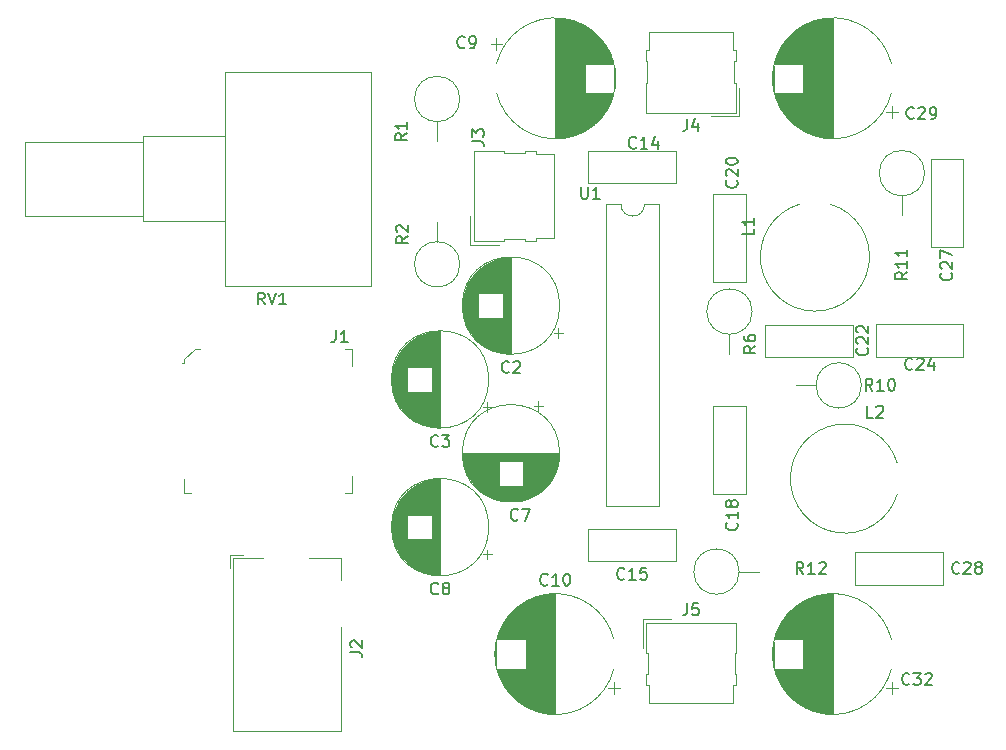
<source format=gbr>
%TF.GenerationSoftware,KiCad,Pcbnew,(6.0.2-0)*%
%TF.CreationDate,2022-02-22T22:16:16+08:00*%
%TF.ProjectId,TPA3125D2,54504133-3132-4354-9432-2e6b69636164,rev?*%
%TF.SameCoordinates,Original*%
%TF.FileFunction,Legend,Top*%
%TF.FilePolarity,Positive*%
%FSLAX46Y46*%
G04 Gerber Fmt 4.6, Leading zero omitted, Abs format (unit mm)*
G04 Created by KiCad (PCBNEW (6.0.2-0)) date 2022-02-22 22:16:16*
%MOMM*%
%LPD*%
G01*
G04 APERTURE LIST*
%ADD10C,0.150000*%
%ADD11C,0.120000*%
%ADD12C,0.100000*%
G04 APERTURE END LIST*
D10*
%TO.C,C3*%
X126083333Y-85607142D02*
X126035714Y-85654761D01*
X125892857Y-85702380D01*
X125797619Y-85702380D01*
X125654761Y-85654761D01*
X125559523Y-85559523D01*
X125511904Y-85464285D01*
X125464285Y-85273809D01*
X125464285Y-85130952D01*
X125511904Y-84940476D01*
X125559523Y-84845238D01*
X125654761Y-84750000D01*
X125797619Y-84702380D01*
X125892857Y-84702380D01*
X126035714Y-84750000D01*
X126083333Y-84797619D01*
X126416666Y-84702380D02*
X127035714Y-84702380D01*
X126702380Y-85083333D01*
X126845238Y-85083333D01*
X126940476Y-85130952D01*
X126988095Y-85178571D01*
X127035714Y-85273809D01*
X127035714Y-85511904D01*
X126988095Y-85607142D01*
X126940476Y-85654761D01*
X126845238Y-85702380D01*
X126559523Y-85702380D01*
X126464285Y-85654761D01*
X126416666Y-85607142D01*
%TO.C,C7*%
X132833333Y-91857142D02*
X132785714Y-91904761D01*
X132642857Y-91952380D01*
X132547619Y-91952380D01*
X132404761Y-91904761D01*
X132309523Y-91809523D01*
X132261904Y-91714285D01*
X132214285Y-91523809D01*
X132214285Y-91380952D01*
X132261904Y-91190476D01*
X132309523Y-91095238D01*
X132404761Y-91000000D01*
X132547619Y-90952380D01*
X132642857Y-90952380D01*
X132785714Y-91000000D01*
X132833333Y-91047619D01*
X133166666Y-90952380D02*
X133833333Y-90952380D01*
X133404761Y-91952380D01*
%TO.C,C8*%
X126083333Y-98107142D02*
X126035714Y-98154761D01*
X125892857Y-98202380D01*
X125797619Y-98202380D01*
X125654761Y-98154761D01*
X125559523Y-98059523D01*
X125511904Y-97964285D01*
X125464285Y-97773809D01*
X125464285Y-97630952D01*
X125511904Y-97440476D01*
X125559523Y-97345238D01*
X125654761Y-97250000D01*
X125797619Y-97202380D01*
X125892857Y-97202380D01*
X126035714Y-97250000D01*
X126083333Y-97297619D01*
X126654761Y-97630952D02*
X126559523Y-97583333D01*
X126511904Y-97535714D01*
X126464285Y-97440476D01*
X126464285Y-97392857D01*
X126511904Y-97297619D01*
X126559523Y-97250000D01*
X126654761Y-97202380D01*
X126845238Y-97202380D01*
X126940476Y-97250000D01*
X126988095Y-97297619D01*
X127035714Y-97392857D01*
X127035714Y-97440476D01*
X126988095Y-97535714D01*
X126940476Y-97583333D01*
X126845238Y-97630952D01*
X126654761Y-97630952D01*
X126559523Y-97678571D01*
X126511904Y-97726190D01*
X126464285Y-97821428D01*
X126464285Y-98011904D01*
X126511904Y-98107142D01*
X126559523Y-98154761D01*
X126654761Y-98202380D01*
X126845238Y-98202380D01*
X126940476Y-98154761D01*
X126988095Y-98107142D01*
X127035714Y-98011904D01*
X127035714Y-97821428D01*
X126988095Y-97726190D01*
X126940476Y-97678571D01*
X126845238Y-97630952D01*
%TO.C,C14*%
X142857142Y-60357142D02*
X142809523Y-60404761D01*
X142666666Y-60452380D01*
X142571428Y-60452380D01*
X142428571Y-60404761D01*
X142333333Y-60309523D01*
X142285714Y-60214285D01*
X142238095Y-60023809D01*
X142238095Y-59880952D01*
X142285714Y-59690476D01*
X142333333Y-59595238D01*
X142428571Y-59500000D01*
X142571428Y-59452380D01*
X142666666Y-59452380D01*
X142809523Y-59500000D01*
X142857142Y-59547619D01*
X143809523Y-60452380D02*
X143238095Y-60452380D01*
X143523809Y-60452380D02*
X143523809Y-59452380D01*
X143428571Y-59595238D01*
X143333333Y-59690476D01*
X143238095Y-59738095D01*
X144666666Y-59785714D02*
X144666666Y-60452380D01*
X144428571Y-59404761D02*
X144190476Y-60119047D01*
X144809523Y-60119047D01*
%TO.C,C15*%
X141857142Y-96857142D02*
X141809523Y-96904761D01*
X141666666Y-96952380D01*
X141571428Y-96952380D01*
X141428571Y-96904761D01*
X141333333Y-96809523D01*
X141285714Y-96714285D01*
X141238095Y-96523809D01*
X141238095Y-96380952D01*
X141285714Y-96190476D01*
X141333333Y-96095238D01*
X141428571Y-96000000D01*
X141571428Y-95952380D01*
X141666666Y-95952380D01*
X141809523Y-96000000D01*
X141857142Y-96047619D01*
X142809523Y-96952380D02*
X142238095Y-96952380D01*
X142523809Y-96952380D02*
X142523809Y-95952380D01*
X142428571Y-96095238D01*
X142333333Y-96190476D01*
X142238095Y-96238095D01*
X143714285Y-95952380D02*
X143238095Y-95952380D01*
X143190476Y-96428571D01*
X143238095Y-96380952D01*
X143333333Y-96333333D01*
X143571428Y-96333333D01*
X143666666Y-96380952D01*
X143714285Y-96428571D01*
X143761904Y-96523809D01*
X143761904Y-96761904D01*
X143714285Y-96857142D01*
X143666666Y-96904761D01*
X143571428Y-96952380D01*
X143333333Y-96952380D01*
X143238095Y-96904761D01*
X143190476Y-96857142D01*
%TO.C,C22*%
X162409142Y-77350857D02*
X162456761Y-77398476D01*
X162504380Y-77541333D01*
X162504380Y-77636571D01*
X162456761Y-77779428D01*
X162361523Y-77874666D01*
X162266285Y-77922285D01*
X162075809Y-77969904D01*
X161932952Y-77969904D01*
X161742476Y-77922285D01*
X161647238Y-77874666D01*
X161552000Y-77779428D01*
X161504380Y-77636571D01*
X161504380Y-77541333D01*
X161552000Y-77398476D01*
X161599619Y-77350857D01*
X161599619Y-76969904D02*
X161552000Y-76922285D01*
X161504380Y-76827047D01*
X161504380Y-76588952D01*
X161552000Y-76493714D01*
X161599619Y-76446095D01*
X161694857Y-76398476D01*
X161790095Y-76398476D01*
X161932952Y-76446095D01*
X162504380Y-77017523D01*
X162504380Y-76398476D01*
X161599619Y-76017523D02*
X161552000Y-75969904D01*
X161504380Y-75874666D01*
X161504380Y-75636571D01*
X161552000Y-75541333D01*
X161599619Y-75493714D01*
X161694857Y-75446095D01*
X161790095Y-75446095D01*
X161932952Y-75493714D01*
X162504380Y-76065142D01*
X162504380Y-75446095D01*
%TO.C,J3*%
X128952380Y-59833333D02*
X129666666Y-59833333D01*
X129809523Y-59880952D01*
X129904761Y-59976190D01*
X129952380Y-60119047D01*
X129952380Y-60214285D01*
X128952380Y-59452380D02*
X128952380Y-58833333D01*
X129333333Y-59166666D01*
X129333333Y-59023809D01*
X129380952Y-58928571D01*
X129428571Y-58880952D01*
X129523809Y-58833333D01*
X129761904Y-58833333D01*
X129857142Y-58880952D01*
X129904761Y-58928571D01*
X129952380Y-59023809D01*
X129952380Y-59309523D01*
X129904761Y-59404761D01*
X129857142Y-59452380D01*
%TO.C,J2*%
X118655380Y-103095333D02*
X119369666Y-103095333D01*
X119512523Y-103142952D01*
X119607761Y-103238190D01*
X119655380Y-103381047D01*
X119655380Y-103476285D01*
X118750619Y-102666761D02*
X118703000Y-102619142D01*
X118655380Y-102523904D01*
X118655380Y-102285809D01*
X118703000Y-102190571D01*
X118750619Y-102142952D01*
X118845857Y-102095333D01*
X118941095Y-102095333D01*
X119083952Y-102142952D01*
X119655380Y-102714380D01*
X119655380Y-102095333D01*
%TO.C,J4*%
X147166666Y-57952380D02*
X147166666Y-58666666D01*
X147119047Y-58809523D01*
X147023809Y-58904761D01*
X146880952Y-58952380D01*
X146785714Y-58952380D01*
X148071428Y-58285714D02*
X148071428Y-58952380D01*
X147833333Y-57904761D02*
X147595238Y-58619047D01*
X148214285Y-58619047D01*
%TO.C,J5*%
X147166666Y-98952380D02*
X147166666Y-99666666D01*
X147119047Y-99809523D01*
X147023809Y-99904761D01*
X146880952Y-99952380D01*
X146785714Y-99952380D01*
X148119047Y-98952380D02*
X147642857Y-98952380D01*
X147595238Y-99428571D01*
X147642857Y-99380952D01*
X147738095Y-99333333D01*
X147976190Y-99333333D01*
X148071428Y-99380952D01*
X148119047Y-99428571D01*
X148166666Y-99523809D01*
X148166666Y-99761904D01*
X148119047Y-99857142D01*
X148071428Y-99904761D01*
X147976190Y-99952380D01*
X147738095Y-99952380D01*
X147642857Y-99904761D01*
X147595238Y-99857142D01*
%TO.C,L1*%
X152820380Y-67222666D02*
X152820380Y-67698857D01*
X151820380Y-67698857D01*
X152820380Y-66365523D02*
X152820380Y-66936952D01*
X152820380Y-66651238D02*
X151820380Y-66651238D01*
X151963238Y-66746476D01*
X152058476Y-66841714D01*
X152106095Y-66936952D01*
%TO.C,L2*%
X162901333Y-83224380D02*
X162425142Y-83224380D01*
X162425142Y-82224380D01*
X163187047Y-82319619D02*
X163234666Y-82272000D01*
X163329904Y-82224380D01*
X163568000Y-82224380D01*
X163663238Y-82272000D01*
X163710857Y-82319619D01*
X163758476Y-82414857D01*
X163758476Y-82510095D01*
X163710857Y-82652952D01*
X163139428Y-83224380D01*
X163758476Y-83224380D01*
%TO.C,RV1*%
X111404761Y-73652380D02*
X111071428Y-73176190D01*
X110833333Y-73652380D02*
X110833333Y-72652380D01*
X111214285Y-72652380D01*
X111309523Y-72700000D01*
X111357142Y-72747619D01*
X111404761Y-72842857D01*
X111404761Y-72985714D01*
X111357142Y-73080952D01*
X111309523Y-73128571D01*
X111214285Y-73176190D01*
X110833333Y-73176190D01*
X111690476Y-72652380D02*
X112023809Y-73652380D01*
X112357142Y-72652380D01*
X113214285Y-73652380D02*
X112642857Y-73652380D01*
X112928571Y-73652380D02*
X112928571Y-72652380D01*
X112833333Y-72795238D01*
X112738095Y-72890476D01*
X112642857Y-72938095D01*
%TO.C,U1*%
X138188095Y-63692380D02*
X138188095Y-64501904D01*
X138235714Y-64597142D01*
X138283333Y-64644761D01*
X138378571Y-64692380D01*
X138569047Y-64692380D01*
X138664285Y-64644761D01*
X138711904Y-64597142D01*
X138759523Y-64501904D01*
X138759523Y-63692380D01*
X139759523Y-64692380D02*
X139188095Y-64692380D01*
X139473809Y-64692380D02*
X139473809Y-63692380D01*
X139378571Y-63835238D01*
X139283333Y-63930476D01*
X139188095Y-63978095D01*
%TO.C,C2*%
X132083333Y-79357142D02*
X132035714Y-79404761D01*
X131892857Y-79452380D01*
X131797619Y-79452380D01*
X131654761Y-79404761D01*
X131559523Y-79309523D01*
X131511904Y-79214285D01*
X131464285Y-79023809D01*
X131464285Y-78880952D01*
X131511904Y-78690476D01*
X131559523Y-78595238D01*
X131654761Y-78500000D01*
X131797619Y-78452380D01*
X131892857Y-78452380D01*
X132035714Y-78500000D01*
X132083333Y-78547619D01*
X132464285Y-78547619D02*
X132511904Y-78500000D01*
X132607142Y-78452380D01*
X132845238Y-78452380D01*
X132940476Y-78500000D01*
X132988095Y-78547619D01*
X133035714Y-78642857D01*
X133035714Y-78738095D01*
X132988095Y-78880952D01*
X132416666Y-79452380D01*
X133035714Y-79452380D01*
%TO.C,C20*%
X151357142Y-63142857D02*
X151404761Y-63190476D01*
X151452380Y-63333333D01*
X151452380Y-63428571D01*
X151404761Y-63571428D01*
X151309523Y-63666666D01*
X151214285Y-63714285D01*
X151023809Y-63761904D01*
X150880952Y-63761904D01*
X150690476Y-63714285D01*
X150595238Y-63666666D01*
X150500000Y-63571428D01*
X150452380Y-63428571D01*
X150452380Y-63333333D01*
X150500000Y-63190476D01*
X150547619Y-63142857D01*
X150547619Y-62761904D02*
X150500000Y-62714285D01*
X150452380Y-62619047D01*
X150452380Y-62380952D01*
X150500000Y-62285714D01*
X150547619Y-62238095D01*
X150642857Y-62190476D01*
X150738095Y-62190476D01*
X150880952Y-62238095D01*
X151452380Y-62809523D01*
X151452380Y-62190476D01*
X150452380Y-61571428D02*
X150452380Y-61476190D01*
X150500000Y-61380952D01*
X150547619Y-61333333D01*
X150642857Y-61285714D01*
X150833333Y-61238095D01*
X151071428Y-61238095D01*
X151261904Y-61285714D01*
X151357142Y-61333333D01*
X151404761Y-61380952D01*
X151452380Y-61476190D01*
X151452380Y-61571428D01*
X151404761Y-61666666D01*
X151357142Y-61714285D01*
X151261904Y-61761904D01*
X151071428Y-61809523D01*
X150833333Y-61809523D01*
X150642857Y-61761904D01*
X150547619Y-61714285D01*
X150500000Y-61666666D01*
X150452380Y-61571428D01*
%TO.C,J1*%
X117437666Y-75840380D02*
X117437666Y-76554666D01*
X117390047Y-76697523D01*
X117294809Y-76792761D01*
X117151952Y-76840380D01*
X117056714Y-76840380D01*
X118437666Y-76840380D02*
X117866238Y-76840380D01*
X118151952Y-76840380D02*
X118151952Y-75840380D01*
X118056714Y-75983238D01*
X117961476Y-76078476D01*
X117866238Y-76126095D01*
%TO.C,C9*%
X128333333Y-51857142D02*
X128285714Y-51904761D01*
X128142857Y-51952380D01*
X128047619Y-51952380D01*
X127904761Y-51904761D01*
X127809523Y-51809523D01*
X127761904Y-51714285D01*
X127714285Y-51523809D01*
X127714285Y-51380952D01*
X127761904Y-51190476D01*
X127809523Y-51095238D01*
X127904761Y-51000000D01*
X128047619Y-50952380D01*
X128142857Y-50952380D01*
X128285714Y-51000000D01*
X128333333Y-51047619D01*
X128809523Y-51952380D02*
X129000000Y-51952380D01*
X129095238Y-51904761D01*
X129142857Y-51857142D01*
X129238095Y-51714285D01*
X129285714Y-51523809D01*
X129285714Y-51142857D01*
X129238095Y-51047619D01*
X129190476Y-51000000D01*
X129095238Y-50952380D01*
X128904761Y-50952380D01*
X128809523Y-51000000D01*
X128761904Y-51047619D01*
X128714285Y-51142857D01*
X128714285Y-51380952D01*
X128761904Y-51476190D01*
X128809523Y-51523809D01*
X128904761Y-51571428D01*
X129095238Y-51571428D01*
X129190476Y-51523809D01*
X129238095Y-51476190D01*
X129285714Y-51380952D01*
%TO.C,C10*%
X135357142Y-97357142D02*
X135309523Y-97404761D01*
X135166666Y-97452380D01*
X135071428Y-97452380D01*
X134928571Y-97404761D01*
X134833333Y-97309523D01*
X134785714Y-97214285D01*
X134738095Y-97023809D01*
X134738095Y-96880952D01*
X134785714Y-96690476D01*
X134833333Y-96595238D01*
X134928571Y-96500000D01*
X135071428Y-96452380D01*
X135166666Y-96452380D01*
X135309523Y-96500000D01*
X135357142Y-96547619D01*
X136309523Y-97452380D02*
X135738095Y-97452380D01*
X136023809Y-97452380D02*
X136023809Y-96452380D01*
X135928571Y-96595238D01*
X135833333Y-96690476D01*
X135738095Y-96738095D01*
X136928571Y-96452380D02*
X137023809Y-96452380D01*
X137119047Y-96500000D01*
X137166666Y-96547619D01*
X137214285Y-96642857D01*
X137261904Y-96833333D01*
X137261904Y-97071428D01*
X137214285Y-97261904D01*
X137166666Y-97357142D01*
X137119047Y-97404761D01*
X137023809Y-97452380D01*
X136928571Y-97452380D01*
X136833333Y-97404761D01*
X136785714Y-97357142D01*
X136738095Y-97261904D01*
X136690476Y-97071428D01*
X136690476Y-96833333D01*
X136738095Y-96642857D01*
X136785714Y-96547619D01*
X136833333Y-96500000D01*
X136928571Y-96452380D01*
%TO.C,C27*%
X169521142Y-71000857D02*
X169568761Y-71048476D01*
X169616380Y-71191333D01*
X169616380Y-71286571D01*
X169568761Y-71429428D01*
X169473523Y-71524666D01*
X169378285Y-71572285D01*
X169187809Y-71619904D01*
X169044952Y-71619904D01*
X168854476Y-71572285D01*
X168759238Y-71524666D01*
X168664000Y-71429428D01*
X168616380Y-71286571D01*
X168616380Y-71191333D01*
X168664000Y-71048476D01*
X168711619Y-71000857D01*
X168711619Y-70619904D02*
X168664000Y-70572285D01*
X168616380Y-70477047D01*
X168616380Y-70238952D01*
X168664000Y-70143714D01*
X168711619Y-70096095D01*
X168806857Y-70048476D01*
X168902095Y-70048476D01*
X169044952Y-70096095D01*
X169616380Y-70667523D01*
X169616380Y-70048476D01*
X168616380Y-69715142D02*
X168616380Y-69048476D01*
X169616380Y-69477047D01*
%TO.C,C28*%
X170207142Y-96369142D02*
X170159523Y-96416761D01*
X170016666Y-96464380D01*
X169921428Y-96464380D01*
X169778571Y-96416761D01*
X169683333Y-96321523D01*
X169635714Y-96226285D01*
X169588095Y-96035809D01*
X169588095Y-95892952D01*
X169635714Y-95702476D01*
X169683333Y-95607238D01*
X169778571Y-95512000D01*
X169921428Y-95464380D01*
X170016666Y-95464380D01*
X170159523Y-95512000D01*
X170207142Y-95559619D01*
X170588095Y-95559619D02*
X170635714Y-95512000D01*
X170730952Y-95464380D01*
X170969047Y-95464380D01*
X171064285Y-95512000D01*
X171111904Y-95559619D01*
X171159523Y-95654857D01*
X171159523Y-95750095D01*
X171111904Y-95892952D01*
X170540476Y-96464380D01*
X171159523Y-96464380D01*
X171730952Y-95892952D02*
X171635714Y-95845333D01*
X171588095Y-95797714D01*
X171540476Y-95702476D01*
X171540476Y-95654857D01*
X171588095Y-95559619D01*
X171635714Y-95512000D01*
X171730952Y-95464380D01*
X171921428Y-95464380D01*
X172016666Y-95512000D01*
X172064285Y-95559619D01*
X172111904Y-95654857D01*
X172111904Y-95702476D01*
X172064285Y-95797714D01*
X172016666Y-95845333D01*
X171921428Y-95892952D01*
X171730952Y-95892952D01*
X171635714Y-95940571D01*
X171588095Y-95988190D01*
X171540476Y-96083428D01*
X171540476Y-96273904D01*
X171588095Y-96369142D01*
X171635714Y-96416761D01*
X171730952Y-96464380D01*
X171921428Y-96464380D01*
X172016666Y-96416761D01*
X172064285Y-96369142D01*
X172111904Y-96273904D01*
X172111904Y-96083428D01*
X172064285Y-95988190D01*
X172016666Y-95940571D01*
X171921428Y-95892952D01*
%TO.C,C29*%
X166357142Y-57857142D02*
X166309523Y-57904761D01*
X166166666Y-57952380D01*
X166071428Y-57952380D01*
X165928571Y-57904761D01*
X165833333Y-57809523D01*
X165785714Y-57714285D01*
X165738095Y-57523809D01*
X165738095Y-57380952D01*
X165785714Y-57190476D01*
X165833333Y-57095238D01*
X165928571Y-57000000D01*
X166071428Y-56952380D01*
X166166666Y-56952380D01*
X166309523Y-57000000D01*
X166357142Y-57047619D01*
X166738095Y-57047619D02*
X166785714Y-57000000D01*
X166880952Y-56952380D01*
X167119047Y-56952380D01*
X167214285Y-57000000D01*
X167261904Y-57047619D01*
X167309523Y-57142857D01*
X167309523Y-57238095D01*
X167261904Y-57380952D01*
X166690476Y-57952380D01*
X167309523Y-57952380D01*
X167785714Y-57952380D02*
X167976190Y-57952380D01*
X168071428Y-57904761D01*
X168119047Y-57857142D01*
X168214285Y-57714285D01*
X168261904Y-57523809D01*
X168261904Y-57142857D01*
X168214285Y-57047619D01*
X168166666Y-57000000D01*
X168071428Y-56952380D01*
X167880952Y-56952380D01*
X167785714Y-57000000D01*
X167738095Y-57047619D01*
X167690476Y-57142857D01*
X167690476Y-57380952D01*
X167738095Y-57476190D01*
X167785714Y-57523809D01*
X167880952Y-57571428D01*
X168071428Y-57571428D01*
X168166666Y-57523809D01*
X168214285Y-57476190D01*
X168261904Y-57380952D01*
%TO.C,C32*%
X165981142Y-105767142D02*
X165933523Y-105814761D01*
X165790666Y-105862380D01*
X165695428Y-105862380D01*
X165552571Y-105814761D01*
X165457333Y-105719523D01*
X165409714Y-105624285D01*
X165362095Y-105433809D01*
X165362095Y-105290952D01*
X165409714Y-105100476D01*
X165457333Y-105005238D01*
X165552571Y-104910000D01*
X165695428Y-104862380D01*
X165790666Y-104862380D01*
X165933523Y-104910000D01*
X165981142Y-104957619D01*
X166314476Y-104862380D02*
X166933523Y-104862380D01*
X166600190Y-105243333D01*
X166743047Y-105243333D01*
X166838285Y-105290952D01*
X166885904Y-105338571D01*
X166933523Y-105433809D01*
X166933523Y-105671904D01*
X166885904Y-105767142D01*
X166838285Y-105814761D01*
X166743047Y-105862380D01*
X166457333Y-105862380D01*
X166362095Y-105814761D01*
X166314476Y-105767142D01*
X167314476Y-104957619D02*
X167362095Y-104910000D01*
X167457333Y-104862380D01*
X167695428Y-104862380D01*
X167790666Y-104910000D01*
X167838285Y-104957619D01*
X167885904Y-105052857D01*
X167885904Y-105148095D01*
X167838285Y-105290952D01*
X167266857Y-105862380D01*
X167885904Y-105862380D01*
%TO.C,R11*%
X165806380Y-70922857D02*
X165330190Y-71256190D01*
X165806380Y-71494285D02*
X164806380Y-71494285D01*
X164806380Y-71113333D01*
X164854000Y-71018095D01*
X164901619Y-70970476D01*
X164996857Y-70922857D01*
X165139714Y-70922857D01*
X165234952Y-70970476D01*
X165282571Y-71018095D01*
X165330190Y-71113333D01*
X165330190Y-71494285D01*
X165806380Y-69970476D02*
X165806380Y-70541904D01*
X165806380Y-70256190D02*
X164806380Y-70256190D01*
X164949238Y-70351428D01*
X165044476Y-70446666D01*
X165092095Y-70541904D01*
X165806380Y-69018095D02*
X165806380Y-69589523D01*
X165806380Y-69303809D02*
X164806380Y-69303809D01*
X164949238Y-69399047D01*
X165044476Y-69494285D01*
X165092095Y-69589523D01*
%TO.C,C18*%
X151357142Y-92142857D02*
X151404761Y-92190476D01*
X151452380Y-92333333D01*
X151452380Y-92428571D01*
X151404761Y-92571428D01*
X151309523Y-92666666D01*
X151214285Y-92714285D01*
X151023809Y-92761904D01*
X150880952Y-92761904D01*
X150690476Y-92714285D01*
X150595238Y-92666666D01*
X150500000Y-92571428D01*
X150452380Y-92428571D01*
X150452380Y-92333333D01*
X150500000Y-92190476D01*
X150547619Y-92142857D01*
X151452380Y-91190476D02*
X151452380Y-91761904D01*
X151452380Y-91476190D02*
X150452380Y-91476190D01*
X150595238Y-91571428D01*
X150690476Y-91666666D01*
X150738095Y-91761904D01*
X150880952Y-90619047D02*
X150833333Y-90714285D01*
X150785714Y-90761904D01*
X150690476Y-90809523D01*
X150642857Y-90809523D01*
X150547619Y-90761904D01*
X150500000Y-90714285D01*
X150452380Y-90619047D01*
X150452380Y-90428571D01*
X150500000Y-90333333D01*
X150547619Y-90285714D01*
X150642857Y-90238095D01*
X150690476Y-90238095D01*
X150785714Y-90285714D01*
X150833333Y-90333333D01*
X150880952Y-90428571D01*
X150880952Y-90619047D01*
X150928571Y-90714285D01*
X150976190Y-90761904D01*
X151071428Y-90809523D01*
X151261904Y-90809523D01*
X151357142Y-90761904D01*
X151404761Y-90714285D01*
X151452380Y-90619047D01*
X151452380Y-90428571D01*
X151404761Y-90333333D01*
X151357142Y-90285714D01*
X151261904Y-90238095D01*
X151071428Y-90238095D01*
X150976190Y-90285714D01*
X150928571Y-90333333D01*
X150880952Y-90428571D01*
%TO.C,R1*%
X123452380Y-59166666D02*
X122976190Y-59500000D01*
X123452380Y-59738095D02*
X122452380Y-59738095D01*
X122452380Y-59357142D01*
X122500000Y-59261904D01*
X122547619Y-59214285D01*
X122642857Y-59166666D01*
X122785714Y-59166666D01*
X122880952Y-59214285D01*
X122928571Y-59261904D01*
X122976190Y-59357142D01*
X122976190Y-59738095D01*
X123452380Y-58214285D02*
X123452380Y-58785714D01*
X123452380Y-58500000D02*
X122452380Y-58500000D01*
X122595238Y-58595238D01*
X122690476Y-58690476D01*
X122738095Y-58785714D01*
%TO.C,R2*%
X123532380Y-67876666D02*
X123056190Y-68210000D01*
X123532380Y-68448095D02*
X122532380Y-68448095D01*
X122532380Y-68067142D01*
X122580000Y-67971904D01*
X122627619Y-67924285D01*
X122722857Y-67876666D01*
X122865714Y-67876666D01*
X122960952Y-67924285D01*
X123008571Y-67971904D01*
X123056190Y-68067142D01*
X123056190Y-68448095D01*
X122627619Y-67495714D02*
X122580000Y-67448095D01*
X122532380Y-67352857D01*
X122532380Y-67114761D01*
X122580000Y-67019523D01*
X122627619Y-66971904D01*
X122722857Y-66924285D01*
X122818095Y-66924285D01*
X122960952Y-66971904D01*
X123532380Y-67543333D01*
X123532380Y-66924285D01*
%TO.C,R6*%
X152952380Y-77166666D02*
X152476190Y-77500000D01*
X152952380Y-77738095D02*
X151952380Y-77738095D01*
X151952380Y-77357142D01*
X152000000Y-77261904D01*
X152047619Y-77214285D01*
X152142857Y-77166666D01*
X152285714Y-77166666D01*
X152380952Y-77214285D01*
X152428571Y-77261904D01*
X152476190Y-77357142D01*
X152476190Y-77738095D01*
X151952380Y-76309523D02*
X151952380Y-76500000D01*
X152000000Y-76595238D01*
X152047619Y-76642857D01*
X152190476Y-76738095D01*
X152380952Y-76785714D01*
X152761904Y-76785714D01*
X152857142Y-76738095D01*
X152904761Y-76690476D01*
X152952380Y-76595238D01*
X152952380Y-76404761D01*
X152904761Y-76309523D01*
X152857142Y-76261904D01*
X152761904Y-76214285D01*
X152523809Y-76214285D01*
X152428571Y-76261904D01*
X152380952Y-76309523D01*
X152333333Y-76404761D01*
X152333333Y-76595238D01*
X152380952Y-76690476D01*
X152428571Y-76738095D01*
X152523809Y-76785714D01*
%TO.C,R10*%
X162857142Y-80952380D02*
X162523809Y-80476190D01*
X162285714Y-80952380D02*
X162285714Y-79952380D01*
X162666666Y-79952380D01*
X162761904Y-80000000D01*
X162809523Y-80047619D01*
X162857142Y-80142857D01*
X162857142Y-80285714D01*
X162809523Y-80380952D01*
X162761904Y-80428571D01*
X162666666Y-80476190D01*
X162285714Y-80476190D01*
X163809523Y-80952380D02*
X163238095Y-80952380D01*
X163523809Y-80952380D02*
X163523809Y-79952380D01*
X163428571Y-80095238D01*
X163333333Y-80190476D01*
X163238095Y-80238095D01*
X164428571Y-79952380D02*
X164523809Y-79952380D01*
X164619047Y-80000000D01*
X164666666Y-80047619D01*
X164714285Y-80142857D01*
X164761904Y-80333333D01*
X164761904Y-80571428D01*
X164714285Y-80761904D01*
X164666666Y-80857142D01*
X164619047Y-80904761D01*
X164523809Y-80952380D01*
X164428571Y-80952380D01*
X164333333Y-80904761D01*
X164285714Y-80857142D01*
X164238095Y-80761904D01*
X164190476Y-80571428D01*
X164190476Y-80333333D01*
X164238095Y-80142857D01*
X164285714Y-80047619D01*
X164333333Y-80000000D01*
X164428571Y-79952380D01*
%TO.C,R12*%
X157009142Y-96468380D02*
X156675809Y-95992190D01*
X156437714Y-96468380D02*
X156437714Y-95468380D01*
X156818666Y-95468380D01*
X156913904Y-95516000D01*
X156961523Y-95563619D01*
X157009142Y-95658857D01*
X157009142Y-95801714D01*
X156961523Y-95896952D01*
X156913904Y-95944571D01*
X156818666Y-95992190D01*
X156437714Y-95992190D01*
X157961523Y-96468380D02*
X157390095Y-96468380D01*
X157675809Y-96468380D02*
X157675809Y-95468380D01*
X157580571Y-95611238D01*
X157485333Y-95706476D01*
X157390095Y-95754095D01*
X158342476Y-95563619D02*
X158390095Y-95516000D01*
X158485333Y-95468380D01*
X158723428Y-95468380D01*
X158818666Y-95516000D01*
X158866285Y-95563619D01*
X158913904Y-95658857D01*
X158913904Y-95754095D01*
X158866285Y-95896952D01*
X158294857Y-96468380D01*
X158913904Y-96468380D01*
%TO.C,C24*%
X166235142Y-79097142D02*
X166187523Y-79144761D01*
X166044666Y-79192380D01*
X165949428Y-79192380D01*
X165806571Y-79144761D01*
X165711333Y-79049523D01*
X165663714Y-78954285D01*
X165616095Y-78763809D01*
X165616095Y-78620952D01*
X165663714Y-78430476D01*
X165711333Y-78335238D01*
X165806571Y-78240000D01*
X165949428Y-78192380D01*
X166044666Y-78192380D01*
X166187523Y-78240000D01*
X166235142Y-78287619D01*
X166616095Y-78287619D02*
X166663714Y-78240000D01*
X166758952Y-78192380D01*
X166997047Y-78192380D01*
X167092285Y-78240000D01*
X167139904Y-78287619D01*
X167187523Y-78382857D01*
X167187523Y-78478095D01*
X167139904Y-78620952D01*
X166568476Y-79192380D01*
X167187523Y-79192380D01*
X168044666Y-78525714D02*
X168044666Y-79192380D01*
X167806571Y-78144761D02*
X167568476Y-78859047D01*
X168187523Y-78859047D01*
D11*
%TO.C,C3*%
X123089000Y-82604000D02*
X123089000Y-77396000D01*
X125009000Y-83889000D02*
X125009000Y-81040000D01*
X122329000Y-81229000D02*
X122329000Y-78771000D01*
X123689000Y-78960000D02*
X123689000Y-76811000D01*
X124889000Y-78960000D02*
X124889000Y-76150000D01*
X123529000Y-83055000D02*
X123529000Y-81040000D01*
X124689000Y-83774000D02*
X124689000Y-81040000D01*
X124489000Y-83686000D02*
X124489000Y-81040000D01*
X124849000Y-78960000D02*
X124849000Y-76165000D01*
X124329000Y-78960000D02*
X124329000Y-76394000D01*
X125209000Y-78960000D02*
X125209000Y-76053000D01*
X126050000Y-84076000D02*
X126050000Y-75924000D01*
X125089000Y-78960000D02*
X125089000Y-76086000D01*
X123169000Y-82697000D02*
X123169000Y-77303000D01*
X123889000Y-78960000D02*
X123889000Y-76662000D01*
X125329000Y-78960000D02*
X125329000Y-76024000D01*
X123809000Y-78960000D02*
X123809000Y-76720000D01*
X123809000Y-83280000D02*
X123809000Y-81040000D01*
X124129000Y-83493000D02*
X124129000Y-81040000D01*
X123649000Y-78960000D02*
X123649000Y-76844000D01*
X123209000Y-82741000D02*
X123209000Y-77259000D01*
X123289000Y-82826000D02*
X123289000Y-77174000D01*
X125169000Y-83936000D02*
X125169000Y-81040000D01*
X124769000Y-83805000D02*
X124769000Y-81040000D01*
X124529000Y-83704000D02*
X124529000Y-81040000D01*
X125730000Y-84048000D02*
X125730000Y-75952000D01*
X124289000Y-78960000D02*
X124289000Y-76416000D01*
X125610000Y-84030000D02*
X125610000Y-75970000D01*
X124329000Y-83606000D02*
X124329000Y-81040000D01*
X125249000Y-78960000D02*
X125249000Y-76043000D01*
X125049000Y-83902000D02*
X125049000Y-81040000D01*
X122609000Y-81890000D02*
X122609000Y-78110000D01*
X122169000Y-80533000D02*
X122169000Y-79467000D01*
X124249000Y-78960000D02*
X124249000Y-76438000D01*
X125650000Y-84037000D02*
X125650000Y-75963000D01*
X125009000Y-78960000D02*
X125009000Y-76111000D01*
X124249000Y-83562000D02*
X124249000Y-81040000D01*
X124209000Y-78960000D02*
X124209000Y-76460000D01*
X124929000Y-83863000D02*
X124929000Y-81040000D01*
X125329000Y-83976000D02*
X125329000Y-81040000D01*
X130659698Y-82315000D02*
X129859698Y-82315000D01*
X123689000Y-83189000D02*
X123689000Y-81040000D01*
X122929000Y-82400000D02*
X122929000Y-77600000D01*
X123529000Y-78960000D02*
X123529000Y-76945000D01*
X123369000Y-82907000D02*
X123369000Y-77093000D01*
X124089000Y-83469000D02*
X124089000Y-81040000D01*
X122449000Y-81552000D02*
X122449000Y-78448000D01*
X125409000Y-83994000D02*
X125409000Y-81040000D01*
X123929000Y-83365000D02*
X123929000Y-81040000D01*
X124649000Y-83757000D02*
X124649000Y-81040000D01*
X124649000Y-78960000D02*
X124649000Y-76243000D01*
X124209000Y-83540000D02*
X124209000Y-81040000D01*
X125890000Y-84065000D02*
X125890000Y-75935000D01*
X123329000Y-82867000D02*
X123329000Y-77133000D01*
X122289000Y-81098000D02*
X122289000Y-78902000D01*
X122409000Y-81453000D02*
X122409000Y-78547000D01*
X125930000Y-84068000D02*
X125930000Y-75932000D01*
X124809000Y-78960000D02*
X124809000Y-76179000D01*
X122369000Y-81346000D02*
X122369000Y-78654000D01*
X124009000Y-83418000D02*
X124009000Y-81040000D01*
X125529000Y-78960000D02*
X125529000Y-75983000D01*
X122209000Y-80768000D02*
X122209000Y-79232000D01*
X123849000Y-83309000D02*
X123849000Y-81040000D01*
X124289000Y-83584000D02*
X124289000Y-81040000D01*
X123729000Y-83220000D02*
X123729000Y-81040000D01*
X123489000Y-78960000D02*
X123489000Y-76981000D01*
X125489000Y-84010000D02*
X125489000Y-81040000D01*
X122529000Y-81731000D02*
X122529000Y-78269000D01*
X125289000Y-78960000D02*
X125289000Y-76033000D01*
X124729000Y-78960000D02*
X124729000Y-76210000D01*
X123889000Y-83338000D02*
X123889000Y-81040000D01*
X125529000Y-84017000D02*
X125529000Y-81040000D01*
X125089000Y-83914000D02*
X125089000Y-81040000D01*
X125049000Y-78960000D02*
X125049000Y-76098000D01*
X124609000Y-78960000D02*
X124609000Y-76260000D01*
X125369000Y-83985000D02*
X125369000Y-81040000D01*
X124089000Y-78960000D02*
X124089000Y-76531000D01*
X126250000Y-84080000D02*
X126250000Y-75920000D01*
X123769000Y-83250000D02*
X123769000Y-81040000D01*
X126090000Y-84077000D02*
X126090000Y-75923000D01*
X125129000Y-78960000D02*
X125129000Y-76075000D01*
X123569000Y-78960000D02*
X123569000Y-76910000D01*
X124569000Y-83722000D02*
X124569000Y-81040000D01*
X125449000Y-84002000D02*
X125449000Y-81040000D01*
X124769000Y-78960000D02*
X124769000Y-76195000D01*
X124489000Y-78960000D02*
X124489000Y-76314000D01*
X123729000Y-78960000D02*
X123729000Y-76780000D01*
X125770000Y-84052000D02*
X125770000Y-75948000D01*
X124929000Y-78960000D02*
X124929000Y-76137000D01*
X125409000Y-78960000D02*
X125409000Y-76006000D01*
X125810000Y-84057000D02*
X125810000Y-75943000D01*
X122969000Y-82454000D02*
X122969000Y-77546000D01*
X125129000Y-83925000D02*
X125129000Y-81040000D01*
X122769000Y-82166000D02*
X122769000Y-77834000D01*
X124049000Y-83444000D02*
X124049000Y-81040000D01*
X124169000Y-78960000D02*
X124169000Y-76483000D01*
X123609000Y-78960000D02*
X123609000Y-76876000D01*
X124369000Y-83627000D02*
X124369000Y-81040000D01*
X122569000Y-81813000D02*
X122569000Y-78187000D01*
X125449000Y-78960000D02*
X125449000Y-75998000D01*
X123249000Y-82784000D02*
X123249000Y-77216000D01*
X123009000Y-82505000D02*
X123009000Y-77495000D01*
X124049000Y-78960000D02*
X124049000Y-76556000D01*
X124689000Y-78960000D02*
X124689000Y-76226000D01*
X123409000Y-82945000D02*
X123409000Y-77055000D01*
X124449000Y-78960000D02*
X124449000Y-76334000D01*
X125369000Y-78960000D02*
X125369000Y-76015000D01*
X124409000Y-83647000D02*
X124409000Y-81040000D01*
X126210000Y-84080000D02*
X126210000Y-75920000D01*
X124009000Y-78960000D02*
X124009000Y-76582000D01*
X124369000Y-78960000D02*
X124369000Y-76373000D01*
X122889000Y-82345000D02*
X122889000Y-77655000D01*
X126010000Y-84074000D02*
X126010000Y-75926000D01*
X122649000Y-81964000D02*
X122649000Y-78036000D01*
X123649000Y-83156000D02*
X123649000Y-81040000D01*
X125690000Y-84042000D02*
X125690000Y-75958000D01*
X124409000Y-78960000D02*
X124409000Y-76353000D01*
X125209000Y-83947000D02*
X125209000Y-81040000D01*
X123049000Y-82556000D02*
X123049000Y-77444000D01*
X122249000Y-80948000D02*
X122249000Y-79052000D01*
X125249000Y-83957000D02*
X125249000Y-81040000D01*
X123609000Y-83124000D02*
X123609000Y-81040000D01*
X124529000Y-78960000D02*
X124529000Y-76296000D01*
X126130000Y-84079000D02*
X126130000Y-75921000D01*
X123929000Y-78960000D02*
X123929000Y-76635000D01*
X124969000Y-83877000D02*
X124969000Y-81040000D01*
X125970000Y-84071000D02*
X125970000Y-75929000D01*
X122809000Y-82228000D02*
X122809000Y-77772000D01*
X123969000Y-78960000D02*
X123969000Y-76608000D01*
X123129000Y-82651000D02*
X123129000Y-77349000D01*
X125169000Y-78960000D02*
X125169000Y-76064000D01*
X123569000Y-83090000D02*
X123569000Y-81040000D01*
X122489000Y-81645000D02*
X122489000Y-78355000D01*
X122729000Y-82102000D02*
X122729000Y-77898000D01*
X123849000Y-78960000D02*
X123849000Y-76691000D01*
X124609000Y-83740000D02*
X124609000Y-81040000D01*
X125850000Y-84061000D02*
X125850000Y-75939000D01*
X124729000Y-83790000D02*
X124729000Y-81040000D01*
X124569000Y-78960000D02*
X124569000Y-76278000D01*
X123449000Y-82983000D02*
X123449000Y-77017000D01*
X123489000Y-83019000D02*
X123489000Y-81040000D01*
X124169000Y-83517000D02*
X124169000Y-81040000D01*
X122689000Y-82034000D02*
X122689000Y-77966000D01*
X130259698Y-82715000D02*
X130259698Y-81915000D01*
X123769000Y-78960000D02*
X123769000Y-76750000D01*
X124969000Y-78960000D02*
X124969000Y-76123000D01*
X125289000Y-83967000D02*
X125289000Y-81040000D01*
X126170000Y-84080000D02*
X126170000Y-75920000D01*
X124809000Y-83821000D02*
X124809000Y-81040000D01*
X125570000Y-84024000D02*
X125570000Y-75976000D01*
X124849000Y-83835000D02*
X124849000Y-81040000D01*
X124449000Y-83666000D02*
X124449000Y-81040000D01*
X125489000Y-78960000D02*
X125489000Y-75990000D01*
X124129000Y-78960000D02*
X124129000Y-76507000D01*
X122849000Y-82287000D02*
X122849000Y-77713000D01*
X124889000Y-83850000D02*
X124889000Y-81040000D01*
X123969000Y-83392000D02*
X123969000Y-81040000D01*
X130370000Y-80000000D02*
G75*
G03*
X130370000Y-80000000I-4120000J0D01*
G01*
%TO.C,C7*%
X135117000Y-89171000D02*
X129383000Y-89171000D01*
X136040000Y-87771000D02*
X133290000Y-87771000D01*
X133479000Y-90171000D02*
X131021000Y-90171000D01*
X131210000Y-87491000D02*
X128361000Y-87491000D01*
X136315000Y-86610000D02*
X128185000Y-86610000D01*
X135936000Y-88011000D02*
X133290000Y-88011000D01*
X131210000Y-88411000D02*
X128781000Y-88411000D01*
X135916000Y-88051000D02*
X133290000Y-88051000D01*
X131210000Y-87131000D02*
X128265000Y-87131000D01*
X134537000Y-89651000D02*
X129963000Y-89651000D01*
X131210000Y-87371000D02*
X128325000Y-87371000D01*
X135972000Y-87931000D02*
X133290000Y-87931000D01*
X136164000Y-87411000D02*
X133290000Y-87411000D01*
X135812000Y-88251000D02*
X133290000Y-88251000D01*
X135990000Y-87891000D02*
X133290000Y-87891000D01*
X135743000Y-88371000D02*
X133290000Y-88371000D01*
X134214000Y-89851000D02*
X130286000Y-89851000D01*
X131210000Y-87251000D02*
X128293000Y-87251000D01*
X136055000Y-87731000D02*
X133290000Y-87731000D01*
X135034000Y-89251000D02*
X129466000Y-89251000D01*
X135269000Y-89011000D02*
X133290000Y-89011000D01*
X133198000Y-90251000D02*
X131302000Y-90251000D01*
X136139000Y-87491000D02*
X133290000Y-87491000D01*
X136235000Y-87131000D02*
X133290000Y-87131000D01*
X134755000Y-89491000D02*
X129745000Y-89491000D01*
X131210000Y-88651000D02*
X128941000Y-88651000D01*
X136113000Y-87571000D02*
X133290000Y-87571000D01*
X131210000Y-87171000D02*
X128274000Y-87171000D01*
X131210000Y-87531000D02*
X128373000Y-87531000D01*
X136330000Y-86330000D02*
X128170000Y-86330000D01*
X134650000Y-89571000D02*
X129850000Y-89571000D01*
X131210000Y-87971000D02*
X128546000Y-87971000D01*
X131210000Y-86971000D02*
X128233000Y-86971000D01*
X131210000Y-88051000D02*
X128584000Y-88051000D01*
X134140000Y-89891000D02*
X130360000Y-89891000D01*
X135195000Y-89091000D02*
X129305000Y-89091000D01*
X134352000Y-89771000D02*
X130148000Y-89771000D01*
X136311000Y-86650000D02*
X128189000Y-86650000D01*
X134478000Y-89691000D02*
X130022000Y-89691000D01*
X136175000Y-87371000D02*
X133290000Y-87371000D01*
X135642000Y-88531000D02*
X133290000Y-88531000D01*
X133981000Y-89971000D02*
X130519000Y-89971000D01*
X131210000Y-88971000D02*
X129195000Y-88971000D01*
X131210000Y-87291000D02*
X128303000Y-87291000D01*
X136252000Y-87051000D02*
X133290000Y-87051000D01*
X136207000Y-87251000D02*
X133290000Y-87251000D01*
X134284000Y-89811000D02*
X130216000Y-89811000D01*
X135406000Y-88851000D02*
X133290000Y-88851000D01*
X135856000Y-88171000D02*
X133290000Y-88171000D01*
X131210000Y-88011000D02*
X128564000Y-88011000D01*
X131210000Y-88691000D02*
X128970000Y-88691000D01*
X136324000Y-86490000D02*
X128176000Y-86490000D01*
X135719000Y-88411000D02*
X133290000Y-88411000D01*
X131210000Y-88851000D02*
X129094000Y-88851000D01*
X135076000Y-89211000D02*
X129424000Y-89211000D01*
X136292000Y-86810000D02*
X128208000Y-86810000D01*
X131210000Y-87571000D02*
X128387000Y-87571000D01*
X133802000Y-90051000D02*
X130698000Y-90051000D01*
X131210000Y-87411000D02*
X128336000Y-87411000D01*
X131210000Y-87451000D02*
X128348000Y-87451000D01*
X135954000Y-87971000D02*
X133290000Y-87971000D01*
X134854000Y-89411000D02*
X129646000Y-89411000D01*
X131210000Y-87931000D02*
X128528000Y-87931000D01*
X134565000Y-81840302D02*
X134565000Y-82640302D01*
X136330000Y-86250000D02*
X128170000Y-86250000D01*
X131210000Y-88451000D02*
X128806000Y-88451000D01*
X136330000Y-86290000D02*
X128170000Y-86290000D01*
X131210000Y-89011000D02*
X129231000Y-89011000D01*
X136287000Y-86850000D02*
X128213000Y-86850000D01*
X131210000Y-88891000D02*
X129126000Y-88891000D01*
X131210000Y-88531000D02*
X128858000Y-88531000D01*
X134416000Y-89731000D02*
X130084000Y-89731000D01*
X135834000Y-88211000D02*
X133290000Y-88211000D01*
X131210000Y-87891000D02*
X128510000Y-87891000D01*
X131210000Y-88771000D02*
X129030000Y-88771000D01*
X132783000Y-90331000D02*
X131717000Y-90331000D01*
X131210000Y-87051000D02*
X128248000Y-87051000D01*
X136226000Y-87171000D02*
X133290000Y-87171000D01*
X134947000Y-89331000D02*
X129553000Y-89331000D01*
X131210000Y-88731000D02*
X129000000Y-88731000D01*
X131210000Y-88811000D02*
X129061000Y-88811000D01*
X133348000Y-90211000D02*
X131152000Y-90211000D01*
X135877000Y-88131000D02*
X133290000Y-88131000D01*
X136152000Y-87451000D02*
X133290000Y-87451000D01*
X133596000Y-90131000D02*
X130904000Y-90131000D01*
X131210000Y-88571000D02*
X128885000Y-88571000D01*
X135615000Y-88571000D02*
X133290000Y-88571000D01*
X135668000Y-88491000D02*
X133290000Y-88491000D01*
X134063000Y-89931000D02*
X130437000Y-89931000D01*
X135588000Y-88611000D02*
X133290000Y-88611000D01*
X131210000Y-87851000D02*
X128493000Y-87851000D01*
X134704000Y-89531000D02*
X129796000Y-89531000D01*
X131210000Y-88331000D02*
X128733000Y-88331000D01*
X135897000Y-88091000D02*
X133290000Y-88091000D01*
X136327000Y-86410000D02*
X128173000Y-86410000D01*
X134901000Y-89371000D02*
X129599000Y-89371000D01*
X131210000Y-87611000D02*
X128400000Y-87611000D01*
X131210000Y-87331000D02*
X128314000Y-87331000D01*
X136007000Y-87851000D02*
X133290000Y-87851000D01*
X136321000Y-86530000D02*
X128179000Y-86530000D01*
X135790000Y-88291000D02*
X133290000Y-88291000D01*
X134965000Y-82240302D02*
X134165000Y-82240302D01*
X134595000Y-89611000D02*
X129905000Y-89611000D01*
X135500000Y-88731000D02*
X133290000Y-88731000D01*
X135157000Y-89131000D02*
X129343000Y-89131000D01*
X131210000Y-87011000D02*
X128240000Y-87011000D01*
X131210000Y-88371000D02*
X128757000Y-88371000D01*
X131210000Y-88291000D02*
X128710000Y-88291000D01*
X136244000Y-87091000D02*
X133290000Y-87091000D01*
X133018000Y-90291000D02*
X131482000Y-90291000D01*
X131210000Y-87811000D02*
X128476000Y-87811000D01*
X136329000Y-86370000D02*
X128171000Y-86370000D01*
X134806000Y-89451000D02*
X129694000Y-89451000D01*
X135767000Y-88331000D02*
X133290000Y-88331000D01*
X135530000Y-88691000D02*
X133290000Y-88691000D01*
X136024000Y-87811000D02*
X133290000Y-87811000D01*
X131210000Y-88171000D02*
X128644000Y-88171000D01*
X131210000Y-87771000D02*
X128460000Y-87771000D01*
X136100000Y-87611000D02*
X133290000Y-87611000D01*
X131210000Y-87731000D02*
X128445000Y-87731000D01*
X131210000Y-88131000D02*
X128623000Y-88131000D01*
X136274000Y-86930000D02*
X128226000Y-86930000D01*
X131210000Y-88251000D02*
X128688000Y-88251000D01*
X135470000Y-88771000D02*
X133290000Y-88771000D01*
X136302000Y-86730000D02*
X128198000Y-86730000D01*
X131210000Y-87211000D02*
X128283000Y-87211000D01*
X136217000Y-87211000D02*
X133290000Y-87211000D01*
X131210000Y-88491000D02*
X128832000Y-88491000D01*
X134991000Y-89291000D02*
X129509000Y-89291000D01*
X136298000Y-86770000D02*
X128202000Y-86770000D01*
X131210000Y-87651000D02*
X128415000Y-87651000D01*
X135340000Y-88931000D02*
X133290000Y-88931000D01*
X131210000Y-87091000D02*
X128256000Y-87091000D01*
X136085000Y-87651000D02*
X133290000Y-87651000D01*
X136307000Y-86690000D02*
X128193000Y-86690000D01*
X135694000Y-88451000D02*
X133290000Y-88451000D01*
X133703000Y-90091000D02*
X130797000Y-90091000D01*
X136326000Y-86450000D02*
X128174000Y-86450000D01*
X133895000Y-90011000D02*
X130605000Y-90011000D01*
X136186000Y-87331000D02*
X133290000Y-87331000D01*
X136071000Y-87691000D02*
X133290000Y-87691000D01*
X131210000Y-87691000D02*
X128429000Y-87691000D01*
X136127000Y-87531000D02*
X133290000Y-87531000D01*
X131210000Y-88091000D02*
X128603000Y-88091000D01*
X131210000Y-88611000D02*
X128912000Y-88611000D01*
X131210000Y-88931000D02*
X129160000Y-88931000D01*
X136197000Y-87291000D02*
X133290000Y-87291000D01*
X135559000Y-88651000D02*
X133290000Y-88651000D01*
X135374000Y-88891000D02*
X133290000Y-88891000D01*
X136260000Y-87011000D02*
X133290000Y-87011000D01*
X135439000Y-88811000D02*
X133290000Y-88811000D01*
X136280000Y-86890000D02*
X128220000Y-86890000D01*
X135233000Y-89051000D02*
X129267000Y-89051000D01*
X136267000Y-86971000D02*
X133290000Y-86971000D01*
X131210000Y-88211000D02*
X128666000Y-88211000D01*
X136318000Y-86570000D02*
X128182000Y-86570000D01*
X135305000Y-88971000D02*
X133290000Y-88971000D01*
X136370000Y-86250000D02*
G75*
G03*
X136370000Y-86250000I-4120000J0D01*
G01*
%TO.C,C8*%
X122289000Y-93598000D02*
X122289000Y-91402000D01*
X124369000Y-91460000D02*
X124369000Y-88873000D01*
X123529000Y-95555000D02*
X123529000Y-93540000D01*
X124289000Y-91460000D02*
X124289000Y-88916000D01*
X123689000Y-95689000D02*
X123689000Y-93540000D01*
X124729000Y-91460000D02*
X124729000Y-88710000D01*
X123889000Y-95838000D02*
X123889000Y-93540000D01*
X125209000Y-96447000D02*
X125209000Y-93540000D01*
X122969000Y-94954000D02*
X122969000Y-90046000D01*
X122889000Y-94845000D02*
X122889000Y-90155000D01*
X125970000Y-96571000D02*
X125970000Y-88429000D01*
X122809000Y-94728000D02*
X122809000Y-90272000D01*
X125049000Y-96402000D02*
X125049000Y-93540000D01*
X125249000Y-91460000D02*
X125249000Y-88543000D01*
X123809000Y-95780000D02*
X123809000Y-93540000D01*
X123369000Y-95407000D02*
X123369000Y-89593000D01*
X125249000Y-96457000D02*
X125249000Y-93540000D01*
X122929000Y-94900000D02*
X122929000Y-90100000D01*
X124089000Y-91460000D02*
X124089000Y-89031000D01*
X125489000Y-91460000D02*
X125489000Y-88490000D01*
X124689000Y-91460000D02*
X124689000Y-88726000D01*
X125049000Y-91460000D02*
X125049000Y-88598000D01*
X125329000Y-96476000D02*
X125329000Y-93540000D01*
X124769000Y-91460000D02*
X124769000Y-88695000D01*
X125329000Y-91460000D02*
X125329000Y-88524000D01*
X124529000Y-96204000D02*
X124529000Y-93540000D01*
X122449000Y-94052000D02*
X122449000Y-90948000D01*
X124809000Y-91460000D02*
X124809000Y-88679000D01*
X122769000Y-94666000D02*
X122769000Y-90334000D01*
X124449000Y-91460000D02*
X124449000Y-88834000D01*
X125169000Y-96436000D02*
X125169000Y-93540000D01*
X125209000Y-91460000D02*
X125209000Y-88553000D01*
X123329000Y-95367000D02*
X123329000Y-89633000D01*
X122729000Y-94602000D02*
X122729000Y-90398000D01*
X124969000Y-91460000D02*
X124969000Y-88623000D01*
X124049000Y-91460000D02*
X124049000Y-89056000D01*
X125129000Y-91460000D02*
X125129000Y-88575000D01*
X122369000Y-93846000D02*
X122369000Y-91154000D01*
X126130000Y-96579000D02*
X126130000Y-88421000D01*
X123769000Y-91460000D02*
X123769000Y-89250000D01*
X123169000Y-95197000D02*
X123169000Y-89803000D01*
X124049000Y-95944000D02*
X124049000Y-93540000D01*
X125529000Y-91460000D02*
X125529000Y-88483000D01*
X124849000Y-96335000D02*
X124849000Y-93540000D01*
X124889000Y-91460000D02*
X124889000Y-88650000D01*
X123889000Y-91460000D02*
X123889000Y-89162000D01*
X125610000Y-96530000D02*
X125610000Y-88470000D01*
X122409000Y-93953000D02*
X122409000Y-91047000D01*
X123249000Y-95284000D02*
X123249000Y-89716000D01*
X124929000Y-91460000D02*
X124929000Y-88637000D01*
X124009000Y-95918000D02*
X124009000Y-93540000D01*
X123489000Y-91460000D02*
X123489000Y-89481000D01*
X123849000Y-95809000D02*
X123849000Y-93540000D01*
X125409000Y-91460000D02*
X125409000Y-88506000D01*
X122569000Y-94313000D02*
X122569000Y-90687000D01*
X123729000Y-91460000D02*
X123729000Y-89280000D01*
X123089000Y-95104000D02*
X123089000Y-89896000D01*
X123209000Y-95241000D02*
X123209000Y-89759000D01*
X124169000Y-91460000D02*
X124169000Y-88983000D01*
X124569000Y-91460000D02*
X124569000Y-88778000D01*
X123289000Y-95326000D02*
X123289000Y-89674000D01*
X124809000Y-96321000D02*
X124809000Y-93540000D01*
X122329000Y-93729000D02*
X122329000Y-91271000D01*
X122489000Y-94145000D02*
X122489000Y-90855000D01*
X123969000Y-91460000D02*
X123969000Y-89108000D01*
X124089000Y-95969000D02*
X124089000Y-93540000D01*
X125449000Y-96502000D02*
X125449000Y-93540000D01*
X125529000Y-96517000D02*
X125529000Y-93540000D01*
X125730000Y-96548000D02*
X125730000Y-88452000D01*
X125930000Y-96568000D02*
X125930000Y-88432000D01*
X122249000Y-93448000D02*
X122249000Y-91552000D01*
X124649000Y-96257000D02*
X124649000Y-93540000D01*
X123009000Y-95005000D02*
X123009000Y-89995000D01*
X124129000Y-91460000D02*
X124129000Y-89007000D01*
X122609000Y-94390000D02*
X122609000Y-90610000D01*
X125089000Y-96414000D02*
X125089000Y-93540000D01*
X122689000Y-94534000D02*
X122689000Y-90466000D01*
X124769000Y-96305000D02*
X124769000Y-93540000D01*
X126010000Y-96574000D02*
X126010000Y-88426000D01*
X125369000Y-96485000D02*
X125369000Y-93540000D01*
X126170000Y-96580000D02*
X126170000Y-88420000D01*
X124849000Y-91460000D02*
X124849000Y-88665000D01*
X125289000Y-91460000D02*
X125289000Y-88533000D01*
X123689000Y-91460000D02*
X123689000Y-89311000D01*
X124209000Y-96040000D02*
X124209000Y-93540000D01*
X123489000Y-95519000D02*
X123489000Y-93540000D01*
X125089000Y-91460000D02*
X125089000Y-88586000D01*
X124969000Y-96377000D02*
X124969000Y-93540000D01*
X123129000Y-95151000D02*
X123129000Y-89849000D01*
X123569000Y-95590000D02*
X123569000Y-93540000D01*
X124649000Y-91460000D02*
X124649000Y-88743000D01*
X124489000Y-96186000D02*
X124489000Y-93540000D01*
X122849000Y-94787000D02*
X122849000Y-90213000D01*
X123569000Y-91460000D02*
X123569000Y-89410000D01*
X124609000Y-96240000D02*
X124609000Y-93540000D01*
X123609000Y-91460000D02*
X123609000Y-89376000D01*
X123729000Y-95720000D02*
X123729000Y-93540000D01*
X123649000Y-91460000D02*
X123649000Y-89344000D01*
X123849000Y-91460000D02*
X123849000Y-89191000D01*
X124889000Y-96350000D02*
X124889000Y-93540000D01*
X122529000Y-94231000D02*
X122529000Y-90769000D01*
X125690000Y-96542000D02*
X125690000Y-88458000D01*
X124009000Y-91460000D02*
X124009000Y-89082000D01*
X124609000Y-91460000D02*
X124609000Y-88760000D01*
X124329000Y-91460000D02*
X124329000Y-88894000D01*
X123529000Y-91460000D02*
X123529000Y-89445000D01*
X126250000Y-96580000D02*
X126250000Y-88420000D01*
X124329000Y-96106000D02*
X124329000Y-93540000D01*
X130659698Y-94815000D02*
X129859698Y-94815000D01*
X124409000Y-91460000D02*
X124409000Y-88853000D01*
X124169000Y-96017000D02*
X124169000Y-93540000D01*
X124129000Y-95993000D02*
X124129000Y-93540000D01*
X123409000Y-95445000D02*
X123409000Y-89555000D01*
X124569000Y-96222000D02*
X124569000Y-93540000D01*
X123969000Y-95892000D02*
X123969000Y-93540000D01*
X125009000Y-96389000D02*
X125009000Y-93540000D01*
X124369000Y-96127000D02*
X124369000Y-93540000D01*
X125770000Y-96552000D02*
X125770000Y-88448000D01*
X126090000Y-96577000D02*
X126090000Y-88423000D01*
X125369000Y-91460000D02*
X125369000Y-88515000D01*
X125570000Y-96524000D02*
X125570000Y-88476000D01*
X125009000Y-91460000D02*
X125009000Y-88611000D01*
X123769000Y-95750000D02*
X123769000Y-93540000D01*
X125169000Y-91460000D02*
X125169000Y-88564000D01*
X124689000Y-96274000D02*
X124689000Y-93540000D01*
X125289000Y-96467000D02*
X125289000Y-93540000D01*
X124449000Y-96166000D02*
X124449000Y-93540000D01*
X130259698Y-95215000D02*
X130259698Y-94415000D01*
X123929000Y-95865000D02*
X123929000Y-93540000D01*
X124209000Y-91460000D02*
X124209000Y-88960000D01*
X123809000Y-91460000D02*
X123809000Y-89220000D01*
X122169000Y-93033000D02*
X122169000Y-91967000D01*
X125489000Y-96510000D02*
X125489000Y-93540000D01*
X123609000Y-95624000D02*
X123609000Y-93540000D01*
X124249000Y-96062000D02*
X124249000Y-93540000D01*
X125850000Y-96561000D02*
X125850000Y-88439000D01*
X125650000Y-96537000D02*
X125650000Y-88463000D01*
X126050000Y-96576000D02*
X126050000Y-88424000D01*
X125810000Y-96557000D02*
X125810000Y-88443000D01*
X125890000Y-96565000D02*
X125890000Y-88435000D01*
X124249000Y-91460000D02*
X124249000Y-88938000D01*
X123649000Y-95656000D02*
X123649000Y-93540000D01*
X123049000Y-95056000D02*
X123049000Y-89944000D01*
X126210000Y-96580000D02*
X126210000Y-88420000D01*
X122649000Y-94464000D02*
X122649000Y-90536000D01*
X124529000Y-91460000D02*
X124529000Y-88796000D01*
X122209000Y-93268000D02*
X122209000Y-91732000D01*
X125449000Y-91460000D02*
X125449000Y-88498000D01*
X124289000Y-96084000D02*
X124289000Y-93540000D01*
X123929000Y-91460000D02*
X123929000Y-89135000D01*
X125409000Y-96494000D02*
X125409000Y-93540000D01*
X124929000Y-96363000D02*
X124929000Y-93540000D01*
X124489000Y-91460000D02*
X124489000Y-88814000D01*
X124409000Y-96147000D02*
X124409000Y-93540000D01*
X123449000Y-95483000D02*
X123449000Y-89517000D01*
X124729000Y-96290000D02*
X124729000Y-93540000D01*
X125129000Y-96425000D02*
X125129000Y-93540000D01*
X130370000Y-92500000D02*
G75*
G03*
X130370000Y-92500000I-4120000J0D01*
G01*
%TO.C,C14*%
X146220000Y-60630000D02*
X138780000Y-60630000D01*
X138780000Y-63370000D02*
X138780000Y-60630000D01*
X146220000Y-63370000D02*
X146220000Y-60630000D01*
X146220000Y-63370000D02*
X138780000Y-63370000D01*
%TO.C,C15*%
X146220000Y-92630000D02*
X138780000Y-92630000D01*
X138780000Y-95370000D02*
X138780000Y-92630000D01*
X146220000Y-95370000D02*
X146220000Y-92630000D01*
X146220000Y-95370000D02*
X138780000Y-95370000D01*
%TO.C,C22*%
X153780000Y-75380000D02*
X161220000Y-75380000D01*
X161220000Y-75380000D02*
X161220000Y-78120000D01*
X153780000Y-75380000D02*
X153780000Y-78120000D01*
X153780000Y-78120000D02*
X161220000Y-78120000D01*
%TO.C,J3*%
X135910000Y-60940000D02*
X134410000Y-60940000D01*
X133430000Y-60810000D02*
X131620000Y-60810000D01*
X131620000Y-68280000D02*
X131620000Y-68150000D01*
X129090000Y-60680000D02*
X129090000Y-68280000D01*
X133430000Y-60680000D02*
X133430000Y-60810000D01*
X134410000Y-68280000D02*
X134410000Y-68020000D01*
X131620000Y-60680000D02*
X129090000Y-60680000D01*
X131620000Y-68150000D02*
X133430000Y-68150000D01*
X134410000Y-60680000D02*
X133430000Y-60680000D01*
X129090000Y-68280000D02*
X131620000Y-68280000D01*
X133430000Y-68280000D02*
X134410000Y-68280000D01*
X131620000Y-60810000D02*
X131620000Y-60680000D01*
X134410000Y-60940000D02*
X134410000Y-60680000D01*
X133430000Y-68150000D02*
X133430000Y-68280000D01*
X134410000Y-68020000D02*
X135910000Y-68020000D01*
X131200000Y-68580000D02*
X128790000Y-68580000D01*
X128790000Y-68580000D02*
X128790000Y-66170000D01*
X135910000Y-68020000D02*
X135910000Y-60940000D01*
%TO.C,J2*%
X117892500Y-101000000D02*
X117892500Y-109800000D01*
X115192500Y-95100000D02*
X117892500Y-95100000D01*
X109542500Y-94900000D02*
X108492500Y-94900000D01*
X117892500Y-95100000D02*
X117892500Y-97000000D01*
X108692500Y-95100000D02*
X111292500Y-95100000D01*
X108492500Y-95950000D02*
X108492500Y-94900000D01*
X117892500Y-109800000D02*
X108692500Y-109800000D01*
X108692500Y-109800000D02*
X108692500Y-95100000D01*
%TO.C,J4*%
X151280000Y-54880000D02*
X151150000Y-54880000D01*
X143680000Y-54880000D02*
X143680000Y-57410000D01*
X143680000Y-53070000D02*
X143810000Y-53070000D01*
X151580000Y-55300000D02*
X151580000Y-57710000D01*
X143940000Y-52090000D02*
X143680000Y-52090000D01*
X151280000Y-53070000D02*
X151280000Y-52090000D01*
X151150000Y-53070000D02*
X151280000Y-53070000D01*
X151020000Y-52090000D02*
X151020000Y-50590000D01*
X151280000Y-57410000D02*
X151280000Y-54880000D01*
X151580000Y-57710000D02*
X149170000Y-57710000D01*
X143940000Y-50590000D02*
X143940000Y-52090000D01*
X151280000Y-52090000D02*
X151020000Y-52090000D01*
X143810000Y-53070000D02*
X143810000Y-54880000D01*
X151150000Y-54880000D02*
X151150000Y-53070000D01*
X143680000Y-52090000D02*
X143680000Y-53070000D01*
X143810000Y-54880000D02*
X143680000Y-54880000D01*
X151020000Y-50590000D02*
X143940000Y-50590000D01*
X143680000Y-57410000D02*
X151280000Y-57410000D01*
%TO.C,J5*%
X151320000Y-105910000D02*
X151320000Y-104930000D01*
X151320000Y-104930000D02*
X151190000Y-104930000D01*
X143420000Y-100290000D02*
X145830000Y-100290000D01*
X143420000Y-102700000D02*
X143420000Y-100290000D01*
X143980000Y-107410000D02*
X151060000Y-107410000D01*
X151060000Y-105910000D02*
X151320000Y-105910000D01*
X143980000Y-105910000D02*
X143980000Y-107410000D01*
X151060000Y-107410000D02*
X151060000Y-105910000D01*
X151190000Y-104930000D02*
X151190000Y-103120000D01*
X143720000Y-103120000D02*
X143850000Y-103120000D01*
X143720000Y-105910000D02*
X143980000Y-105910000D01*
X143850000Y-103120000D02*
X143850000Y-104930000D01*
X151320000Y-100590000D02*
X143720000Y-100590000D01*
X143850000Y-104930000D02*
X143720000Y-104930000D01*
X143720000Y-100590000D02*
X143720000Y-103120000D01*
X151190000Y-103120000D02*
X151320000Y-103120000D01*
X143720000Y-104930000D02*
X143720000Y-105910000D01*
X151320000Y-103120000D02*
X151320000Y-100590000D01*
%TO.C,L1*%
X156668000Y-65168585D02*
G75*
G03*
X159308000Y-65168585I1320000J-4427415D01*
G01*
%TO.C,L2*%
X164955415Y-87072000D02*
G75*
G03*
X164955415Y-89712000I-4427415J-1320000D01*
G01*
%TO.C,RV1*%
X120420000Y-72070000D02*
X108080000Y-72070000D01*
X101080000Y-66120000D02*
X101080000Y-59879000D01*
X120420000Y-72070000D02*
X120420000Y-53930000D01*
X108080000Y-59380000D02*
X101080000Y-59380000D01*
X120420000Y-53930000D02*
X108080000Y-53930000D01*
X101080000Y-59879000D02*
X91080000Y-59879000D01*
X101080000Y-66620000D02*
X101080000Y-59380000D01*
X108080000Y-66620000D02*
X108080000Y-59380000D01*
X108080000Y-66620000D02*
X101080000Y-66620000D01*
X91080000Y-66120000D02*
X91080000Y-59879000D01*
X101080000Y-66120000D02*
X91080000Y-66120000D01*
X108080000Y-72070000D02*
X108080000Y-53930000D01*
%TO.C,U1*%
X140310000Y-90690000D02*
X144810000Y-90690000D01*
X140310000Y-65170000D02*
X140310000Y-90690000D01*
X144810000Y-90690000D02*
X144810000Y-65170000D01*
X144810000Y-65170000D02*
X143560000Y-65170000D01*
X141560000Y-65170000D02*
X140310000Y-65170000D01*
X141560000Y-65170000D02*
G75*
G03*
X143560000Y-65170000I1000000J0D01*
G01*
%TO.C,C2*%
X131249000Y-72710000D02*
X131249000Y-69793000D01*
X132170000Y-77830000D02*
X132170000Y-69670000D01*
X130769000Y-77555000D02*
X130769000Y-74790000D01*
X132250000Y-77830000D02*
X132250000Y-69670000D01*
X129609000Y-76874000D02*
X129609000Y-74790000D01*
X131209000Y-72710000D02*
X131209000Y-69803000D01*
X130969000Y-77627000D02*
X130969000Y-74790000D01*
X128289000Y-74848000D02*
X128289000Y-72652000D01*
X128449000Y-75302000D02*
X128449000Y-72198000D01*
X130169000Y-72710000D02*
X130169000Y-70233000D01*
X130689000Y-77524000D02*
X130689000Y-74790000D01*
X128729000Y-75852000D02*
X128729000Y-71648000D01*
X128689000Y-75784000D02*
X128689000Y-71716000D01*
X131169000Y-77686000D02*
X131169000Y-74790000D01*
X129649000Y-76906000D02*
X129649000Y-74790000D01*
X128529000Y-75481000D02*
X128529000Y-72019000D01*
X131890000Y-77815000D02*
X131890000Y-69685000D01*
X128809000Y-75978000D02*
X128809000Y-71522000D01*
X132050000Y-77826000D02*
X132050000Y-69674000D01*
X130929000Y-77613000D02*
X130929000Y-74790000D01*
X130649000Y-72710000D02*
X130649000Y-69993000D01*
X131570000Y-77774000D02*
X131570000Y-69726000D01*
X131009000Y-72710000D02*
X131009000Y-69861000D01*
X130929000Y-72710000D02*
X130929000Y-69887000D01*
X131650000Y-77787000D02*
X131650000Y-69713000D01*
X129249000Y-76534000D02*
X129249000Y-70966000D01*
X130129000Y-72710000D02*
X130129000Y-70257000D01*
X129849000Y-77059000D02*
X129849000Y-74790000D01*
X131049000Y-72710000D02*
X131049000Y-69848000D01*
X129769000Y-72710000D02*
X129769000Y-70500000D01*
X129129000Y-76401000D02*
X129129000Y-71099000D01*
X128649000Y-75714000D02*
X128649000Y-71786000D01*
X131369000Y-72710000D02*
X131369000Y-69765000D01*
X130529000Y-77454000D02*
X130529000Y-74790000D01*
X129729000Y-76970000D02*
X129729000Y-74790000D01*
X130089000Y-77219000D02*
X130089000Y-74790000D01*
X129409000Y-76695000D02*
X129409000Y-70805000D01*
X130049000Y-72710000D02*
X130049000Y-70306000D01*
X130009000Y-77168000D02*
X130009000Y-74790000D01*
X129209000Y-76491000D02*
X129209000Y-71009000D01*
X130129000Y-77243000D02*
X130129000Y-74790000D01*
X128849000Y-76037000D02*
X128849000Y-71463000D01*
X131489000Y-72710000D02*
X131489000Y-69740000D01*
X129689000Y-72710000D02*
X129689000Y-70561000D01*
X131810000Y-77807000D02*
X131810000Y-69693000D01*
X131610000Y-77780000D02*
X131610000Y-69720000D01*
X130329000Y-72710000D02*
X130329000Y-70144000D01*
X128249000Y-74698000D02*
X128249000Y-72802000D01*
X128329000Y-74979000D02*
X128329000Y-72521000D01*
X131249000Y-77707000D02*
X131249000Y-74790000D01*
X129969000Y-77142000D02*
X129969000Y-74790000D01*
X131449000Y-72710000D02*
X131449000Y-69748000D01*
X130409000Y-72710000D02*
X130409000Y-70103000D01*
X130249000Y-72710000D02*
X130249000Y-70188000D01*
X129089000Y-76354000D02*
X129089000Y-71146000D01*
X129569000Y-76840000D02*
X129569000Y-74790000D01*
X132090000Y-77827000D02*
X132090000Y-69673000D01*
X130409000Y-77397000D02*
X130409000Y-74790000D01*
X131409000Y-77744000D02*
X131409000Y-74790000D01*
X131329000Y-77726000D02*
X131329000Y-74790000D01*
X128929000Y-76150000D02*
X128929000Y-71350000D01*
X131089000Y-77664000D02*
X131089000Y-74790000D01*
X129689000Y-76939000D02*
X129689000Y-74790000D01*
X131529000Y-77767000D02*
X131529000Y-74790000D01*
X131369000Y-77735000D02*
X131369000Y-74790000D01*
X130849000Y-72710000D02*
X130849000Y-69915000D01*
X128209000Y-74518000D02*
X128209000Y-72982000D01*
X131409000Y-72710000D02*
X131409000Y-69756000D01*
X130209000Y-77290000D02*
X130209000Y-74790000D01*
X129969000Y-72710000D02*
X129969000Y-70358000D01*
X130289000Y-72710000D02*
X130289000Y-70166000D01*
X131129000Y-77675000D02*
X131129000Y-74790000D01*
X129449000Y-76733000D02*
X129449000Y-70767000D01*
X128569000Y-75563000D02*
X128569000Y-71937000D01*
X130049000Y-77194000D02*
X130049000Y-74790000D01*
X132130000Y-77829000D02*
X132130000Y-69671000D01*
X130489000Y-77436000D02*
X130489000Y-74790000D01*
X130969000Y-72710000D02*
X130969000Y-69873000D01*
X129889000Y-72710000D02*
X129889000Y-70412000D01*
X128369000Y-75096000D02*
X128369000Y-72404000D01*
X130289000Y-77334000D02*
X130289000Y-74790000D01*
X131930000Y-77818000D02*
X131930000Y-69682000D01*
X130329000Y-77356000D02*
X130329000Y-74790000D01*
X128969000Y-76204000D02*
X128969000Y-71296000D01*
X130649000Y-77507000D02*
X130649000Y-74790000D01*
X129489000Y-72710000D02*
X129489000Y-70731000D01*
X130809000Y-77571000D02*
X130809000Y-74790000D01*
X131289000Y-72710000D02*
X131289000Y-69783000D01*
X131009000Y-77639000D02*
X131009000Y-74790000D01*
X129009000Y-76255000D02*
X129009000Y-71245000D01*
X131529000Y-72710000D02*
X131529000Y-69733000D01*
X131970000Y-77821000D02*
X131970000Y-69679000D01*
X129609000Y-72710000D02*
X129609000Y-70626000D01*
X130449000Y-72710000D02*
X130449000Y-70084000D01*
X130809000Y-72710000D02*
X130809000Y-69929000D01*
X129929000Y-77115000D02*
X129929000Y-74790000D01*
X130609000Y-77490000D02*
X130609000Y-74790000D01*
X131449000Y-77752000D02*
X131449000Y-74790000D01*
X130689000Y-72710000D02*
X130689000Y-69976000D01*
X129729000Y-72710000D02*
X129729000Y-70530000D01*
X130529000Y-72710000D02*
X130529000Y-70046000D01*
X130369000Y-77377000D02*
X130369000Y-74790000D01*
X131329000Y-72710000D02*
X131329000Y-69774000D01*
X129769000Y-77000000D02*
X129769000Y-74790000D01*
X130009000Y-72710000D02*
X130009000Y-70332000D01*
X129369000Y-76657000D02*
X129369000Y-70843000D01*
X131690000Y-77792000D02*
X131690000Y-69708000D01*
X129649000Y-72710000D02*
X129649000Y-70594000D01*
X130889000Y-77600000D02*
X130889000Y-74790000D01*
X128889000Y-76095000D02*
X128889000Y-71405000D01*
X130249000Y-77312000D02*
X130249000Y-74790000D01*
X129809000Y-77030000D02*
X129809000Y-74790000D01*
X131489000Y-77760000D02*
X131489000Y-74790000D01*
X136659698Y-76065000D02*
X135859698Y-76065000D01*
X132010000Y-77824000D02*
X132010000Y-69676000D01*
X131730000Y-77798000D02*
X131730000Y-69702000D01*
X130889000Y-72710000D02*
X130889000Y-69900000D01*
X131089000Y-72710000D02*
X131089000Y-69836000D01*
X128489000Y-75395000D02*
X128489000Y-72105000D01*
X130169000Y-77267000D02*
X130169000Y-74790000D01*
X128409000Y-75203000D02*
X128409000Y-72297000D01*
X129929000Y-72710000D02*
X129929000Y-70385000D01*
X129049000Y-76306000D02*
X129049000Y-71194000D01*
X131129000Y-72710000D02*
X131129000Y-69825000D01*
X128169000Y-74283000D02*
X128169000Y-73217000D01*
X131209000Y-77697000D02*
X131209000Y-74790000D01*
X130609000Y-72710000D02*
X130609000Y-70010000D01*
X136259698Y-76465000D02*
X136259698Y-75665000D01*
X129529000Y-76805000D02*
X129529000Y-74790000D01*
X128769000Y-75916000D02*
X128769000Y-71584000D01*
X129329000Y-76617000D02*
X129329000Y-70883000D01*
X131049000Y-77652000D02*
X131049000Y-74790000D01*
X129529000Y-72710000D02*
X129529000Y-70695000D01*
X129569000Y-72710000D02*
X129569000Y-70660000D01*
X130209000Y-72710000D02*
X130209000Y-70210000D01*
X128609000Y-75640000D02*
X128609000Y-71860000D01*
X129809000Y-72710000D02*
X129809000Y-70470000D01*
X129489000Y-76769000D02*
X129489000Y-74790000D01*
X130849000Y-77585000D02*
X130849000Y-74790000D01*
X131289000Y-77717000D02*
X131289000Y-74790000D01*
X132210000Y-77830000D02*
X132210000Y-69670000D01*
X130769000Y-72710000D02*
X130769000Y-69945000D01*
X130489000Y-72710000D02*
X130489000Y-70064000D01*
X131169000Y-72710000D02*
X131169000Y-69814000D01*
X130569000Y-77472000D02*
X130569000Y-74790000D01*
X131850000Y-77811000D02*
X131850000Y-69689000D01*
X130569000Y-72710000D02*
X130569000Y-70028000D01*
X130369000Y-72710000D02*
X130369000Y-70123000D01*
X129289000Y-76576000D02*
X129289000Y-70924000D01*
X129849000Y-72710000D02*
X129849000Y-70441000D01*
X129169000Y-76447000D02*
X129169000Y-71053000D01*
X131770000Y-77802000D02*
X131770000Y-69698000D01*
X130729000Y-72710000D02*
X130729000Y-69960000D01*
X129889000Y-77088000D02*
X129889000Y-74790000D01*
X130089000Y-72710000D02*
X130089000Y-70281000D01*
X130449000Y-77416000D02*
X130449000Y-74790000D01*
X130729000Y-77540000D02*
X130729000Y-74790000D01*
X136370000Y-73750000D02*
G75*
G03*
X136370000Y-73750000I-4120000J0D01*
G01*
%TO.C,C20*%
X152120000Y-64280000D02*
X149380000Y-64280000D01*
X149380000Y-64280000D02*
X149380000Y-71720000D01*
X152120000Y-71720000D02*
X149380000Y-71720000D01*
X152120000Y-64280000D02*
X152120000Y-71720000D01*
D12*
%TO.C,J1*%
X118200000Y-77400000D02*
X118800000Y-77400000D01*
X105500000Y-77400000D02*
X104600000Y-78300000D01*
X104600000Y-89600000D02*
X104600000Y-88400000D01*
X118200000Y-89600000D02*
X118800000Y-89600000D01*
X104600000Y-78600000D02*
X104400000Y-78600000D01*
X105900000Y-77400000D02*
X105500000Y-77400000D01*
X104600000Y-78300000D02*
X104600000Y-78600000D01*
X118800000Y-77400000D02*
X118800000Y-78900000D01*
X118800000Y-89600000D02*
X118800000Y-88200000D01*
X105200000Y-89600000D02*
X104600000Y-89600000D01*
D11*
%TO.C,C9*%
X139521000Y-55741000D02*
X139521000Y-58179000D01*
X137641000Y-49689000D02*
X137641000Y-59311000D01*
X138841000Y-50279000D02*
X138841000Y-53259000D01*
X139481000Y-55741000D02*
X139481000Y-58216000D01*
X139161000Y-55741000D02*
X139161000Y-58489000D01*
X138721000Y-50202000D02*
X138721000Y-53259000D01*
X138561000Y-50105000D02*
X138561000Y-53259000D01*
X140401000Y-51921000D02*
X140401000Y-53259000D01*
X136600000Y-49455000D02*
X136600000Y-59545000D01*
X139801000Y-55741000D02*
X139801000Y-57892000D01*
X140561000Y-52211000D02*
X140561000Y-53259000D01*
X137921000Y-49793000D02*
X137921000Y-59207000D01*
X139521000Y-50821000D02*
X139521000Y-53259000D01*
X140321000Y-51791000D02*
X140321000Y-53259000D01*
X140601000Y-55741000D02*
X140601000Y-56709000D01*
X140361000Y-55741000D02*
X140361000Y-57145000D01*
X130520354Y-51625000D02*
X131520354Y-51625000D01*
X139801000Y-51108000D02*
X139801000Y-53259000D01*
X140281000Y-55741000D02*
X140281000Y-57270000D01*
X138041000Y-49843000D02*
X138041000Y-59157000D01*
X140081000Y-51446000D02*
X140081000Y-53259000D01*
X137761000Y-49732000D02*
X137761000Y-59268000D01*
X139401000Y-55741000D02*
X139401000Y-58289000D01*
X140361000Y-51855000D02*
X140361000Y-53259000D01*
X138881000Y-50306000D02*
X138881000Y-53259000D01*
X137001000Y-49518000D02*
X137001000Y-59482000D01*
X139921000Y-55741000D02*
X139921000Y-57754000D01*
X137481000Y-49638000D02*
X137481000Y-59362000D01*
X139281000Y-50608000D02*
X139281000Y-53259000D01*
X136480000Y-49442000D02*
X136480000Y-59558000D01*
X138801000Y-55741000D02*
X138801000Y-58747000D01*
X139281000Y-55741000D02*
X139281000Y-58392000D01*
X138681000Y-50177000D02*
X138681000Y-53259000D01*
X137161000Y-49553000D02*
X137161000Y-59447000D01*
X136921000Y-49503000D02*
X136921000Y-59497000D01*
X139881000Y-55741000D02*
X139881000Y-57801000D01*
X138001000Y-49826000D02*
X138001000Y-59174000D01*
X139761000Y-51064000D02*
X139761000Y-53259000D01*
X136640000Y-49460000D02*
X136640000Y-59540000D01*
X138121000Y-49879000D02*
X138121000Y-59121000D01*
X139241000Y-55741000D02*
X139241000Y-58425000D01*
X140201000Y-55741000D02*
X140201000Y-57389000D01*
X139921000Y-51246000D02*
X139921000Y-53259000D01*
X138881000Y-55741000D02*
X138881000Y-58694000D01*
X139561000Y-50860000D02*
X139561000Y-53259000D01*
X138761000Y-50227000D02*
X138761000Y-53259000D01*
X136440000Y-49438000D02*
X136440000Y-59562000D01*
X140121000Y-55741000D02*
X140121000Y-57500000D01*
X137201000Y-49562000D02*
X137201000Y-59438000D01*
X140881000Y-55741000D02*
X140881000Y-56010000D01*
X138441000Y-50038000D02*
X138441000Y-58962000D01*
X140401000Y-55741000D02*
X140401000Y-57079000D01*
X139761000Y-55741000D02*
X139761000Y-57936000D01*
X138961000Y-55741000D02*
X138961000Y-58638000D01*
X138681000Y-55741000D02*
X138681000Y-58823000D01*
X139361000Y-50676000D02*
X139361000Y-53259000D01*
X136240000Y-49425000D02*
X136240000Y-59575000D01*
X139201000Y-55741000D02*
X139201000Y-58457000D01*
X139441000Y-50747000D02*
X139441000Y-53259000D01*
X141081000Y-53901000D02*
X141081000Y-55099000D01*
X137961000Y-49810000D02*
X137961000Y-59190000D01*
X138721000Y-55741000D02*
X138721000Y-58798000D01*
X136881000Y-49496000D02*
X136881000Y-59504000D01*
X138641000Y-50153000D02*
X138641000Y-53259000D01*
X138841000Y-55741000D02*
X138841000Y-58721000D01*
X138161000Y-49897000D02*
X138161000Y-59103000D01*
X139041000Y-50420000D02*
X139041000Y-53259000D01*
X139241000Y-50575000D02*
X139241000Y-53259000D01*
X137881000Y-49777000D02*
X137881000Y-59223000D01*
X140201000Y-51611000D02*
X140201000Y-53259000D01*
X140641000Y-55741000D02*
X140641000Y-56625000D01*
X139961000Y-51294000D02*
X139961000Y-53259000D01*
X136120000Y-49421000D02*
X136120000Y-59579000D01*
X138281000Y-49955000D02*
X138281000Y-59045000D01*
X139081000Y-50450000D02*
X139081000Y-53259000D01*
X140841000Y-55741000D02*
X140841000Y-56130000D01*
X140041000Y-51394000D02*
X140041000Y-53259000D01*
X137801000Y-49746000D02*
X137801000Y-59254000D01*
X139881000Y-51199000D02*
X139881000Y-53259000D01*
X140041000Y-55741000D02*
X140041000Y-57606000D01*
X139041000Y-55741000D02*
X139041000Y-58580000D01*
X140241000Y-51670000D02*
X140241000Y-53259000D01*
X136160000Y-49422000D02*
X136160000Y-59578000D01*
X138921000Y-55741000D02*
X138921000Y-58666000D01*
X139641000Y-50939000D02*
X139641000Y-53259000D01*
X140001000Y-55741000D02*
X140001000Y-57656000D01*
X140241000Y-55741000D02*
X140241000Y-57330000D01*
X137521000Y-49650000D02*
X137521000Y-59350000D01*
X138561000Y-55741000D02*
X138561000Y-58895000D01*
X139721000Y-51022000D02*
X139721000Y-53259000D01*
X136080000Y-49420000D02*
X136080000Y-59580000D01*
X139081000Y-55741000D02*
X139081000Y-58550000D01*
X136040000Y-49420000D02*
X136040000Y-59580000D01*
X140921000Y-53122000D02*
X140921000Y-53259000D01*
X137321000Y-49593000D02*
X137321000Y-59407000D01*
X140721000Y-55741000D02*
X140721000Y-56444000D01*
X131020354Y-51125000D02*
X131020354Y-52125000D01*
X136360000Y-49432000D02*
X136360000Y-59568000D01*
X137441000Y-49626000D02*
X137441000Y-59374000D01*
X137601000Y-49676000D02*
X137601000Y-59324000D01*
X138081000Y-49861000D02*
X138081000Y-59139000D01*
X139001000Y-50390000D02*
X139001000Y-53259000D01*
X138481000Y-50060000D02*
X138481000Y-58940000D01*
X140761000Y-52654000D02*
X140761000Y-53259000D01*
X140641000Y-52375000D02*
X140641000Y-53259000D01*
X140081000Y-55741000D02*
X140081000Y-57554000D01*
X136280000Y-49427000D02*
X136280000Y-59573000D01*
X138601000Y-55741000D02*
X138601000Y-58871000D01*
X139361000Y-55741000D02*
X139361000Y-58324000D01*
X139321000Y-55741000D02*
X139321000Y-58358000D01*
X136320000Y-49430000D02*
X136320000Y-59570000D01*
X139961000Y-55741000D02*
X139961000Y-57706000D01*
X139841000Y-51153000D02*
X139841000Y-53259000D01*
X139681000Y-50980000D02*
X139681000Y-53259000D01*
X137081000Y-49535000D02*
X137081000Y-59465000D01*
X139641000Y-55741000D02*
X139641000Y-58061000D01*
X137241000Y-49572000D02*
X137241000Y-59428000D01*
X140441000Y-51990000D02*
X140441000Y-53259000D01*
X136761000Y-49476000D02*
X136761000Y-59524000D01*
X136961000Y-49510000D02*
X136961000Y-59490000D01*
X140441000Y-55741000D02*
X140441000Y-57010000D01*
X136000000Y-49420000D02*
X136000000Y-59580000D01*
X136520000Y-49446000D02*
X136520000Y-59554000D01*
X138361000Y-49996000D02*
X138361000Y-59004000D01*
X140161000Y-55741000D02*
X140161000Y-57445000D01*
X136801000Y-49482000D02*
X136801000Y-59518000D01*
X138641000Y-55741000D02*
X138641000Y-58847000D01*
X138401000Y-50017000D02*
X138401000Y-58983000D01*
X137401000Y-49615000D02*
X137401000Y-59385000D01*
X137721000Y-49717000D02*
X137721000Y-59283000D01*
X140721000Y-52556000D02*
X140721000Y-53259000D01*
X139561000Y-55741000D02*
X139561000Y-58140000D01*
X137041000Y-49526000D02*
X137041000Y-59474000D01*
X136721000Y-49470000D02*
X136721000Y-59530000D01*
X137361000Y-49603000D02*
X137361000Y-59397000D01*
X140521000Y-52135000D02*
X140521000Y-53259000D01*
X140801000Y-52758000D02*
X140801000Y-53259000D01*
X137841000Y-49762000D02*
X137841000Y-59238000D01*
X138961000Y-50362000D02*
X138961000Y-53259000D01*
X138241000Y-49936000D02*
X138241000Y-59064000D01*
X139121000Y-55741000D02*
X139121000Y-58520000D01*
X138521000Y-55741000D02*
X138521000Y-58917000D01*
X140801000Y-55741000D02*
X140801000Y-56242000D01*
X140321000Y-55741000D02*
X140321000Y-57209000D01*
X139721000Y-55741000D02*
X139721000Y-57978000D01*
X136680000Y-49465000D02*
X136680000Y-59535000D01*
X138321000Y-49975000D02*
X138321000Y-59025000D01*
X139481000Y-50784000D02*
X139481000Y-53259000D01*
X137561000Y-49663000D02*
X137561000Y-59337000D01*
X140761000Y-55741000D02*
X140761000Y-56346000D01*
X136841000Y-49489000D02*
X136841000Y-59511000D01*
X137121000Y-49544000D02*
X137121000Y-59456000D01*
X140881000Y-52990000D02*
X140881000Y-53259000D01*
X140121000Y-51500000D02*
X140121000Y-53259000D01*
X137281000Y-49582000D02*
X137281000Y-59418000D01*
X141001000Y-53438000D02*
X141001000Y-55562000D01*
X139001000Y-55741000D02*
X139001000Y-58610000D01*
X139401000Y-50711000D02*
X139401000Y-53259000D01*
X139161000Y-50511000D02*
X139161000Y-53259000D01*
X141041000Y-53638000D02*
X141041000Y-55362000D01*
X137681000Y-49703000D02*
X137681000Y-59297000D01*
X138201000Y-49916000D02*
X138201000Y-59084000D01*
X140921000Y-55741000D02*
X140921000Y-55878000D01*
X140681000Y-52463000D02*
X140681000Y-53259000D01*
X136400000Y-49435000D02*
X136400000Y-59565000D01*
X140601000Y-52291000D02*
X140601000Y-53259000D01*
X136560000Y-49450000D02*
X136560000Y-59550000D01*
X140561000Y-55741000D02*
X140561000Y-56789000D01*
X138761000Y-55741000D02*
X138761000Y-58773000D01*
X139441000Y-55741000D02*
X139441000Y-58253000D01*
X138601000Y-50129000D02*
X138601000Y-53259000D01*
X136200000Y-49423000D02*
X136200000Y-59577000D01*
X138921000Y-50334000D02*
X138921000Y-53259000D01*
X138521000Y-50083000D02*
X138521000Y-53259000D01*
X140481000Y-52061000D02*
X140481000Y-53259000D01*
X140281000Y-51730000D02*
X140281000Y-53259000D01*
X140001000Y-51344000D02*
X140001000Y-53259000D01*
X139601000Y-50899000D02*
X139601000Y-53259000D01*
X139201000Y-50543000D02*
X139201000Y-53259000D01*
X140481000Y-55741000D02*
X140481000Y-56939000D01*
X140681000Y-55741000D02*
X140681000Y-56537000D01*
X139121000Y-50480000D02*
X139121000Y-53259000D01*
X140841000Y-52870000D02*
X140841000Y-53259000D01*
X139321000Y-50642000D02*
X139321000Y-53259000D01*
X138801000Y-50253000D02*
X138801000Y-53259000D01*
X139841000Y-55741000D02*
X139841000Y-57847000D01*
X140521000Y-55741000D02*
X140521000Y-56865000D01*
X139681000Y-55741000D02*
X139681000Y-58020000D01*
X140161000Y-51555000D02*
X140161000Y-53259000D01*
X139601000Y-55741000D02*
X139601000Y-58101000D01*
X131037460Y-55760000D02*
G75*
G03*
X131037460Y-53240000I4962540J1260000D01*
G01*
%TO.C,C10*%
X132039000Y-106456000D02*
X132039000Y-104491000D01*
X131079000Y-102009000D02*
X131079000Y-101872000D01*
X135640000Y-108318000D02*
X135640000Y-98182000D01*
X135400000Y-108295000D02*
X135400000Y-98205000D01*
X131679000Y-105959000D02*
X131679000Y-104491000D01*
X134759000Y-108178000D02*
X134759000Y-98322000D01*
X131399000Y-102009000D02*
X131399000Y-101041000D01*
X135119000Y-108254000D02*
X135119000Y-98246000D01*
X132439000Y-102009000D02*
X132439000Y-99610000D01*
X132079000Y-106504000D02*
X132079000Y-104491000D01*
X132559000Y-102009000D02*
X132559000Y-99497000D01*
X131959000Y-102009000D02*
X131959000Y-100144000D01*
X131439000Y-102009000D02*
X131439000Y-100961000D01*
X132519000Y-102009000D02*
X132519000Y-99534000D01*
X132639000Y-107074000D02*
X132639000Y-104491000D01*
X134679000Y-108157000D02*
X134679000Y-98343000D01*
X132399000Y-102009000D02*
X132399000Y-99649000D01*
X132879000Y-107270000D02*
X132879000Y-104491000D01*
X133679000Y-107775000D02*
X133679000Y-98725000D01*
X132159000Y-106597000D02*
X132159000Y-104491000D01*
X133039000Y-102009000D02*
X133039000Y-99112000D01*
X135760000Y-108325000D02*
X135760000Y-98175000D01*
X133439000Y-102009000D02*
X133439000Y-98855000D01*
X134519000Y-108112000D02*
X134519000Y-98388000D01*
X133479000Y-107667000D02*
X133479000Y-104491000D01*
X134919000Y-108215000D02*
X134919000Y-98285000D01*
X131519000Y-105689000D02*
X131519000Y-104491000D01*
X135800000Y-108327000D02*
X135800000Y-98173000D01*
X135840000Y-108328000D02*
X135840000Y-98172000D01*
X132919000Y-107300000D02*
X132919000Y-104491000D01*
X132159000Y-102009000D02*
X132159000Y-99903000D01*
X135440000Y-108300000D02*
X135440000Y-98200000D01*
X133319000Y-102009000D02*
X133319000Y-98927000D01*
X133599000Y-107733000D02*
X133599000Y-98767000D01*
X131919000Y-102009000D02*
X131919000Y-100196000D01*
X134719000Y-108168000D02*
X134719000Y-98332000D01*
X130999000Y-104312000D02*
X130999000Y-102188000D01*
X134399000Y-108074000D02*
X134399000Y-98426000D01*
X132359000Y-106811000D02*
X132359000Y-104491000D01*
X132959000Y-102009000D02*
X132959000Y-99170000D01*
X135239000Y-108274000D02*
X135239000Y-98226000D01*
X131279000Y-105194000D02*
X131279000Y-104491000D01*
X134279000Y-108033000D02*
X134279000Y-98467000D01*
X131599000Y-105829000D02*
X131599000Y-104491000D01*
X130959000Y-104112000D02*
X130959000Y-102388000D01*
X133119000Y-107444000D02*
X133119000Y-104491000D01*
X131959000Y-106356000D02*
X131959000Y-104491000D01*
X133519000Y-107690000D02*
X133519000Y-98810000D01*
X131479000Y-102009000D02*
X131479000Y-100885000D01*
X132079000Y-102009000D02*
X132079000Y-99996000D01*
X134479000Y-108100000D02*
X134479000Y-98400000D01*
X132919000Y-102009000D02*
X132919000Y-99200000D01*
X133399000Y-107621000D02*
X133399000Y-104491000D01*
X131879000Y-106250000D02*
X131879000Y-104491000D01*
X131599000Y-102009000D02*
X131599000Y-100671000D01*
X133919000Y-107889000D02*
X133919000Y-98611000D01*
X133959000Y-107907000D02*
X133959000Y-98593000D01*
X135560000Y-108312000D02*
X135560000Y-98188000D01*
X135159000Y-108261000D02*
X135159000Y-98239000D01*
X134159000Y-107988000D02*
X134159000Y-98512000D01*
X134999000Y-108232000D02*
X134999000Y-98268000D01*
X134199000Y-108004000D02*
X134199000Y-98496000D01*
X134119000Y-107973000D02*
X134119000Y-98527000D01*
X131759000Y-102009000D02*
X131759000Y-100420000D01*
X135360000Y-108290000D02*
X135360000Y-98210000D01*
X131199000Y-104992000D02*
X131199000Y-104491000D01*
X131719000Y-106020000D02*
X131719000Y-104491000D01*
X132839000Y-107239000D02*
X132839000Y-104491000D01*
X131159000Y-102009000D02*
X131159000Y-101620000D01*
X135079000Y-108247000D02*
X135079000Y-98253000D01*
X131839000Y-106195000D02*
X131839000Y-104491000D01*
X133319000Y-107573000D02*
X133319000Y-104491000D01*
X132999000Y-102009000D02*
X132999000Y-99140000D01*
X132319000Y-106770000D02*
X132319000Y-104491000D01*
X133719000Y-107795000D02*
X133719000Y-98705000D01*
X133479000Y-102009000D02*
X133479000Y-98833000D01*
X132959000Y-107330000D02*
X132959000Y-104491000D01*
X132799000Y-102009000D02*
X132799000Y-99293000D01*
X131319000Y-105287000D02*
X131319000Y-104491000D01*
X135600000Y-108315000D02*
X135600000Y-98185000D01*
X132719000Y-102009000D02*
X132719000Y-99358000D01*
X134359000Y-108061000D02*
X134359000Y-98439000D01*
X131559000Y-105760000D02*
X131559000Y-104491000D01*
X135320000Y-108285000D02*
X135320000Y-98215000D01*
X133199000Y-107497000D02*
X133199000Y-104491000D01*
X133359000Y-107597000D02*
X133359000Y-104491000D01*
X132679000Y-107108000D02*
X132679000Y-104491000D01*
X133359000Y-102009000D02*
X133359000Y-98903000D01*
X132759000Y-107175000D02*
X132759000Y-104491000D01*
X133559000Y-107712000D02*
X133559000Y-98788000D01*
X133159000Y-102009000D02*
X133159000Y-99029000D01*
X134239000Y-108018000D02*
X134239000Y-98482000D01*
X132119000Y-102009000D02*
X132119000Y-99949000D01*
X135720000Y-108323000D02*
X135720000Y-98177000D01*
X131919000Y-106304000D02*
X131919000Y-104491000D01*
X132199000Y-106642000D02*
X132199000Y-104491000D01*
X133079000Y-107416000D02*
X133079000Y-104491000D01*
X134079000Y-107957000D02*
X134079000Y-98543000D01*
X132559000Y-107003000D02*
X132559000Y-104491000D01*
X132439000Y-106890000D02*
X132439000Y-104491000D01*
X135680000Y-108320000D02*
X135680000Y-98180000D01*
X135279000Y-108280000D02*
X135279000Y-98220000D01*
X133159000Y-107471000D02*
X133159000Y-104491000D01*
X131639000Y-102009000D02*
X131639000Y-100605000D01*
X135880000Y-108329000D02*
X135880000Y-98171000D01*
X132119000Y-106551000D02*
X132119000Y-104491000D01*
X134839000Y-108197000D02*
X134839000Y-98303000D01*
X133079000Y-102009000D02*
X133079000Y-99084000D01*
X135199000Y-108268000D02*
X135199000Y-98232000D01*
X133399000Y-102009000D02*
X133399000Y-98879000D01*
X135960000Y-108330000D02*
X135960000Y-98170000D01*
X133839000Y-107853000D02*
X133839000Y-98647000D01*
X134599000Y-108135000D02*
X134599000Y-98365000D01*
X132479000Y-106929000D02*
X132479000Y-104491000D01*
X132719000Y-107142000D02*
X132719000Y-104491000D01*
X132039000Y-102009000D02*
X132039000Y-100044000D01*
X132479000Y-102009000D02*
X132479000Y-99571000D01*
X133279000Y-102009000D02*
X133279000Y-98952000D01*
X132239000Y-102009000D02*
X132239000Y-99814000D01*
X133239000Y-107523000D02*
X133239000Y-104491000D01*
X132679000Y-102009000D02*
X132679000Y-99392000D01*
X136000000Y-108330000D02*
X136000000Y-98170000D01*
X131159000Y-104880000D02*
X131159000Y-104491000D01*
X134439000Y-108087000D02*
X134439000Y-98413000D01*
X133119000Y-102009000D02*
X133119000Y-99056000D01*
X135920000Y-108330000D02*
X135920000Y-98170000D01*
X133439000Y-107645000D02*
X133439000Y-104491000D01*
X133999000Y-107924000D02*
X133999000Y-98576000D01*
X134319000Y-108047000D02*
X134319000Y-98453000D01*
X133239000Y-102009000D02*
X133239000Y-98977000D01*
X132839000Y-102009000D02*
X132839000Y-99261000D01*
X133039000Y-107388000D02*
X133039000Y-104491000D01*
X133799000Y-107834000D02*
X133799000Y-98666000D01*
X131839000Y-102009000D02*
X131839000Y-100305000D01*
X134639000Y-108147000D02*
X134639000Y-98353000D01*
X131759000Y-106080000D02*
X131759000Y-104491000D01*
X135520000Y-108308000D02*
X135520000Y-98192000D01*
X133199000Y-102009000D02*
X133199000Y-99003000D01*
X140979646Y-106625000D02*
X140979646Y-105625000D01*
X131719000Y-102009000D02*
X131719000Y-100480000D01*
X132599000Y-107039000D02*
X132599000Y-104491000D01*
X132279000Y-106728000D02*
X132279000Y-104491000D01*
X131799000Y-102009000D02*
X131799000Y-100361000D01*
X132519000Y-106966000D02*
X132519000Y-104491000D01*
X132239000Y-106686000D02*
X132239000Y-104491000D01*
X131359000Y-105375000D02*
X131359000Y-104491000D01*
X131399000Y-105459000D02*
X131399000Y-104491000D01*
X132199000Y-102009000D02*
X132199000Y-99858000D01*
X131119000Y-102009000D02*
X131119000Y-101740000D01*
X132799000Y-107207000D02*
X132799000Y-104491000D01*
X132399000Y-106851000D02*
X132399000Y-104491000D01*
X131879000Y-102009000D02*
X131879000Y-100250000D01*
X135039000Y-108240000D02*
X135039000Y-98260000D01*
X132759000Y-102009000D02*
X132759000Y-99325000D01*
X131799000Y-106139000D02*
X131799000Y-104491000D01*
X133279000Y-107548000D02*
X133279000Y-104491000D01*
X141479646Y-106125000D02*
X140479646Y-106125000D01*
X133879000Y-107871000D02*
X133879000Y-98629000D01*
X131119000Y-104760000D02*
X131119000Y-104491000D01*
X131199000Y-102009000D02*
X131199000Y-101508000D01*
X131999000Y-102009000D02*
X131999000Y-100094000D01*
X131239000Y-102009000D02*
X131239000Y-101404000D01*
X131519000Y-102009000D02*
X131519000Y-100811000D01*
X132639000Y-102009000D02*
X132639000Y-99426000D01*
X134879000Y-108206000D02*
X134879000Y-98294000D01*
X134959000Y-108224000D02*
X134959000Y-98276000D01*
X131079000Y-104628000D02*
X131079000Y-104491000D01*
X131359000Y-102009000D02*
X131359000Y-101125000D01*
X131999000Y-106406000D02*
X131999000Y-104491000D01*
X130919000Y-103849000D02*
X130919000Y-102651000D01*
X135480000Y-108304000D02*
X135480000Y-98196000D01*
X131639000Y-105895000D02*
X131639000Y-104491000D01*
X131279000Y-102009000D02*
X131279000Y-101306000D01*
X132599000Y-102009000D02*
X132599000Y-99461000D01*
X132279000Y-102009000D02*
X132279000Y-99772000D01*
X133759000Y-107814000D02*
X133759000Y-98686000D01*
X131439000Y-105539000D02*
X131439000Y-104491000D01*
X132319000Y-102009000D02*
X132319000Y-99730000D01*
X134799000Y-108188000D02*
X134799000Y-98312000D01*
X132879000Y-102009000D02*
X132879000Y-99230000D01*
X134559000Y-108124000D02*
X134559000Y-98376000D01*
X132359000Y-102009000D02*
X132359000Y-99689000D01*
X131479000Y-105615000D02*
X131479000Y-104491000D01*
X133639000Y-107754000D02*
X133639000Y-98746000D01*
X131239000Y-105096000D02*
X131239000Y-104491000D01*
X131679000Y-102009000D02*
X131679000Y-100541000D01*
X134039000Y-107940000D02*
X134039000Y-98560000D01*
X131559000Y-102009000D02*
X131559000Y-100740000D01*
X132999000Y-107360000D02*
X132999000Y-104491000D01*
X131319000Y-102009000D02*
X131319000Y-101213000D01*
X140962540Y-101990000D02*
G75*
G03*
X140962540Y-104510000I-4962540J-1260000D01*
G01*
%TO.C,C27*%
X170534000Y-68744000D02*
X167794000Y-68744000D01*
X167794000Y-61304000D02*
X167794000Y-68744000D01*
X170534000Y-61304000D02*
X170534000Y-68744000D01*
X170534000Y-61304000D02*
X167794000Y-61304000D01*
%TO.C,C28*%
X161380000Y-94642000D02*
X161380000Y-97382000D01*
X161380000Y-97382000D02*
X168820000Y-97382000D01*
X161380000Y-94642000D02*
X168820000Y-94642000D01*
X168820000Y-94642000D02*
X168820000Y-97382000D01*
%TO.C,C29*%
X155619000Y-57801000D02*
X155619000Y-55741000D01*
X156099000Y-58289000D02*
X156099000Y-55741000D01*
X157899000Y-59324000D02*
X157899000Y-49676000D01*
X156379000Y-58520000D02*
X156379000Y-55741000D01*
X156619000Y-53259000D02*
X156619000Y-50306000D01*
X157979000Y-59350000D02*
X157979000Y-49650000D01*
X154899000Y-56709000D02*
X154899000Y-55741000D01*
X156659000Y-53259000D02*
X156659000Y-50279000D01*
X155019000Y-53259000D02*
X155019000Y-52061000D01*
X156139000Y-53259000D02*
X156139000Y-50676000D01*
X156619000Y-58694000D02*
X156619000Y-55741000D01*
X158059000Y-59374000D02*
X158059000Y-49626000D01*
X157779000Y-59283000D02*
X157779000Y-49717000D01*
X156499000Y-58610000D02*
X156499000Y-55741000D01*
X156259000Y-53259000D02*
X156259000Y-50575000D01*
X157619000Y-59223000D02*
X157619000Y-49777000D01*
X155859000Y-53259000D02*
X155859000Y-50939000D01*
X159500000Y-59580000D02*
X159500000Y-49420000D01*
X157259000Y-59064000D02*
X157259000Y-49936000D01*
X157819000Y-59297000D02*
X157819000Y-49703000D01*
X156659000Y-58721000D02*
X156659000Y-55741000D01*
X154579000Y-55878000D02*
X154579000Y-55741000D01*
X157179000Y-59025000D02*
X157179000Y-49975000D01*
X158099000Y-59385000D02*
X158099000Y-49615000D01*
X156019000Y-58216000D02*
X156019000Y-55741000D01*
X155179000Y-53259000D02*
X155179000Y-51791000D01*
X156019000Y-53259000D02*
X156019000Y-50784000D01*
X156699000Y-53259000D02*
X156699000Y-50253000D01*
X154659000Y-53259000D02*
X154659000Y-52870000D01*
X158179000Y-59407000D02*
X158179000Y-49593000D01*
X156299000Y-53259000D02*
X156299000Y-50543000D01*
X156259000Y-58425000D02*
X156259000Y-55741000D01*
X158219000Y-59418000D02*
X158219000Y-49582000D01*
X154779000Y-56444000D02*
X154779000Y-55741000D01*
X154419000Y-55099000D02*
X154419000Y-53901000D01*
X156939000Y-53259000D02*
X156939000Y-50105000D01*
X154459000Y-55362000D02*
X154459000Y-53638000D01*
X156339000Y-53259000D02*
X156339000Y-50511000D01*
X154619000Y-56010000D02*
X154619000Y-55741000D01*
X156579000Y-58666000D02*
X156579000Y-55741000D01*
X156739000Y-58773000D02*
X156739000Y-55741000D01*
X155259000Y-57330000D02*
X155259000Y-55741000D01*
X156139000Y-58324000D02*
X156139000Y-55741000D01*
X158619000Y-59504000D02*
X158619000Y-49496000D01*
X156219000Y-58392000D02*
X156219000Y-55741000D01*
X155379000Y-57500000D02*
X155379000Y-55741000D01*
X154979000Y-56865000D02*
X154979000Y-55741000D01*
X155339000Y-57445000D02*
X155339000Y-55741000D01*
X158139000Y-59397000D02*
X158139000Y-49603000D01*
X157459000Y-59157000D02*
X157459000Y-49843000D01*
X159100000Y-59565000D02*
X159100000Y-49435000D01*
X156419000Y-58550000D02*
X156419000Y-55741000D01*
X157659000Y-59238000D02*
X157659000Y-49762000D01*
X155579000Y-57754000D02*
X155579000Y-55741000D01*
X157059000Y-58962000D02*
X157059000Y-50038000D01*
X156539000Y-58638000D02*
X156539000Y-55741000D01*
X159460000Y-59580000D02*
X159460000Y-49420000D01*
X155939000Y-53259000D02*
X155939000Y-50860000D01*
X154739000Y-53259000D02*
X154739000Y-52654000D01*
X155539000Y-53259000D02*
X155539000Y-51294000D01*
X156499000Y-53259000D02*
X156499000Y-50390000D01*
X156779000Y-58798000D02*
X156779000Y-55741000D01*
X156379000Y-53259000D02*
X156379000Y-50480000D01*
X157099000Y-58983000D02*
X157099000Y-50017000D01*
X155459000Y-57606000D02*
X155459000Y-55741000D01*
X154979000Y-53259000D02*
X154979000Y-52135000D01*
X155619000Y-53259000D02*
X155619000Y-51199000D01*
X159020000Y-59558000D02*
X159020000Y-49442000D01*
X158419000Y-59465000D02*
X158419000Y-49535000D01*
X158379000Y-59456000D02*
X158379000Y-49544000D01*
X158539000Y-59490000D02*
X158539000Y-49510000D01*
X159260000Y-59575000D02*
X159260000Y-49425000D01*
X155219000Y-53259000D02*
X155219000Y-51730000D01*
X157699000Y-59254000D02*
X157699000Y-49746000D01*
X159140000Y-59568000D02*
X159140000Y-49432000D01*
X155859000Y-58061000D02*
X155859000Y-55741000D01*
X155499000Y-57656000D02*
X155499000Y-55741000D01*
X155819000Y-53259000D02*
X155819000Y-50980000D01*
X154739000Y-56346000D02*
X154739000Y-55741000D01*
X155099000Y-53259000D02*
X155099000Y-51921000D01*
X155979000Y-58179000D02*
X155979000Y-55741000D01*
X156099000Y-53259000D02*
X156099000Y-50711000D01*
X158699000Y-59518000D02*
X158699000Y-49482000D01*
X157499000Y-59174000D02*
X157499000Y-49826000D01*
X158259000Y-59428000D02*
X158259000Y-49572000D01*
X158579000Y-59497000D02*
X158579000Y-49503000D01*
X156979000Y-53259000D02*
X156979000Y-50083000D01*
X159220000Y-59573000D02*
X159220000Y-49427000D01*
X156899000Y-53259000D02*
X156899000Y-50129000D01*
X155419000Y-57554000D02*
X155419000Y-55741000D01*
X157339000Y-59103000D02*
X157339000Y-49897000D01*
X157139000Y-59004000D02*
X157139000Y-49996000D01*
X158459000Y-59474000D02*
X158459000Y-49526000D01*
X157939000Y-59337000D02*
X157939000Y-49663000D01*
X159180000Y-59570000D02*
X159180000Y-49430000D01*
X154579000Y-53259000D02*
X154579000Y-53122000D01*
X159340000Y-59578000D02*
X159340000Y-49422000D01*
X158299000Y-59438000D02*
X158299000Y-49562000D01*
X154499000Y-55562000D02*
X154499000Y-53438000D01*
X156059000Y-53259000D02*
X156059000Y-50747000D01*
X156299000Y-58457000D02*
X156299000Y-55741000D01*
X156859000Y-58847000D02*
X156859000Y-55741000D01*
X155659000Y-57847000D02*
X155659000Y-55741000D01*
X156179000Y-53259000D02*
X156179000Y-50642000D01*
X156339000Y-58489000D02*
X156339000Y-55741000D01*
X156939000Y-58895000D02*
X156939000Y-55741000D01*
X155819000Y-58020000D02*
X155819000Y-55741000D01*
X156419000Y-53259000D02*
X156419000Y-50450000D01*
X156819000Y-58823000D02*
X156819000Y-55741000D01*
X155899000Y-58101000D02*
X155899000Y-55741000D01*
X155739000Y-57936000D02*
X155739000Y-55741000D01*
X159420000Y-59580000D02*
X159420000Y-49420000D01*
X155699000Y-57892000D02*
X155699000Y-55741000D01*
X156699000Y-58747000D02*
X156699000Y-55741000D01*
X155419000Y-53259000D02*
X155419000Y-51446000D01*
X155739000Y-53259000D02*
X155739000Y-51064000D01*
X154619000Y-53259000D02*
X154619000Y-52990000D01*
X159060000Y-59562000D02*
X159060000Y-49438000D01*
X155019000Y-56939000D02*
X155019000Y-55741000D01*
X154819000Y-56537000D02*
X154819000Y-55741000D01*
X155539000Y-57706000D02*
X155539000Y-55741000D01*
X164979646Y-57375000D02*
X163979646Y-57375000D01*
X159300000Y-59577000D02*
X159300000Y-49423000D01*
X155779000Y-57978000D02*
X155779000Y-55741000D01*
X154859000Y-53259000D02*
X154859000Y-52375000D01*
X156899000Y-58871000D02*
X156899000Y-55741000D01*
X154659000Y-56130000D02*
X154659000Y-55741000D01*
X155339000Y-53259000D02*
X155339000Y-51555000D01*
X155939000Y-58140000D02*
X155939000Y-55741000D01*
X156859000Y-53259000D02*
X156859000Y-50153000D01*
X155699000Y-53259000D02*
X155699000Y-51108000D01*
X155659000Y-53259000D02*
X155659000Y-51153000D01*
X158019000Y-59362000D02*
X158019000Y-49638000D01*
X155379000Y-53259000D02*
X155379000Y-51500000D01*
X157419000Y-59139000D02*
X157419000Y-49861000D01*
X157739000Y-59268000D02*
X157739000Y-49732000D01*
X154699000Y-53259000D02*
X154699000Y-52758000D01*
X155059000Y-57010000D02*
X155059000Y-55741000D01*
X159380000Y-59579000D02*
X159380000Y-49421000D01*
X158820000Y-59535000D02*
X158820000Y-49465000D01*
X157019000Y-58940000D02*
X157019000Y-50060000D01*
X155259000Y-53259000D02*
X155259000Y-51670000D01*
X164479646Y-57875000D02*
X164479646Y-56875000D01*
X155299000Y-53259000D02*
X155299000Y-51611000D01*
X155139000Y-53259000D02*
X155139000Y-51855000D01*
X155459000Y-53259000D02*
X155459000Y-51394000D01*
X156819000Y-53259000D02*
X156819000Y-50177000D01*
X158860000Y-59540000D02*
X158860000Y-49460000D01*
X157379000Y-59121000D02*
X157379000Y-49879000D01*
X154939000Y-53259000D02*
X154939000Y-52211000D01*
X156579000Y-53259000D02*
X156579000Y-50334000D01*
X155099000Y-57079000D02*
X155099000Y-55741000D01*
X156539000Y-53259000D02*
X156539000Y-50362000D01*
X155979000Y-53259000D02*
X155979000Y-50821000D01*
X156979000Y-58917000D02*
X156979000Y-55741000D01*
X155299000Y-57389000D02*
X155299000Y-55741000D01*
X157859000Y-59311000D02*
X157859000Y-49689000D01*
X157299000Y-59084000D02*
X157299000Y-49916000D01*
X154939000Y-56789000D02*
X154939000Y-55741000D01*
X155899000Y-53259000D02*
X155899000Y-50899000D01*
X155779000Y-53259000D02*
X155779000Y-51022000D01*
X156179000Y-58358000D02*
X156179000Y-55741000D01*
X158940000Y-59550000D02*
X158940000Y-49450000D01*
X156459000Y-58580000D02*
X156459000Y-55741000D01*
X155499000Y-53259000D02*
X155499000Y-51344000D01*
X158739000Y-59524000D02*
X158739000Y-49476000D01*
X155579000Y-53259000D02*
X155579000Y-51246000D01*
X155179000Y-57209000D02*
X155179000Y-55741000D01*
X158900000Y-59545000D02*
X158900000Y-49455000D01*
X158499000Y-59482000D02*
X158499000Y-49518000D01*
X154819000Y-53259000D02*
X154819000Y-52463000D01*
X156459000Y-53259000D02*
X156459000Y-50420000D01*
X157539000Y-59190000D02*
X157539000Y-49810000D01*
X155139000Y-57145000D02*
X155139000Y-55741000D01*
X156779000Y-53259000D02*
X156779000Y-50202000D01*
X158339000Y-59447000D02*
X158339000Y-49553000D01*
X158659000Y-59511000D02*
X158659000Y-49489000D01*
X155219000Y-57270000D02*
X155219000Y-55741000D01*
X154779000Y-53259000D02*
X154779000Y-52556000D01*
X154699000Y-56242000D02*
X154699000Y-55741000D01*
X156739000Y-53259000D02*
X156739000Y-50227000D01*
X156219000Y-53259000D02*
X156219000Y-50608000D01*
X157579000Y-59207000D02*
X157579000Y-49793000D01*
X158779000Y-59530000D02*
X158779000Y-49470000D01*
X158980000Y-59554000D02*
X158980000Y-49446000D01*
X154859000Y-56625000D02*
X154859000Y-55741000D01*
X156059000Y-58253000D02*
X156059000Y-55741000D01*
X154899000Y-53259000D02*
X154899000Y-52291000D01*
X155059000Y-53259000D02*
X155059000Y-51990000D01*
X157219000Y-59045000D02*
X157219000Y-49955000D01*
X164462540Y-53240000D02*
G75*
G03*
X164462540Y-55760000I-4962540J-1260000D01*
G01*
%TO.C,C32*%
X158219000Y-108168000D02*
X158219000Y-98332000D01*
X158139000Y-108147000D02*
X158139000Y-98353000D01*
X155059000Y-102009000D02*
X155059000Y-100740000D01*
X154819000Y-102009000D02*
X154819000Y-101213000D01*
X158299000Y-108188000D02*
X158299000Y-98312000D01*
X155539000Y-102009000D02*
X155539000Y-100044000D01*
X158099000Y-108135000D02*
X158099000Y-98365000D01*
X154979000Y-102009000D02*
X154979000Y-100885000D01*
X156779000Y-102009000D02*
X156779000Y-98952000D01*
X156019000Y-102009000D02*
X156019000Y-99534000D01*
X156659000Y-107471000D02*
X156659000Y-104491000D01*
X159140000Y-108318000D02*
X159140000Y-98182000D01*
X156739000Y-102009000D02*
X156739000Y-98977000D01*
X157819000Y-108047000D02*
X157819000Y-98453000D01*
X155939000Y-102009000D02*
X155939000Y-99610000D01*
X155539000Y-106456000D02*
X155539000Y-104491000D01*
X154579000Y-104628000D02*
X154579000Y-104491000D01*
X155259000Y-102009000D02*
X155259000Y-100420000D01*
X156539000Y-102009000D02*
X156539000Y-99112000D01*
X156019000Y-106966000D02*
X156019000Y-104491000D01*
X156779000Y-107548000D02*
X156779000Y-104491000D01*
X154659000Y-102009000D02*
X154659000Y-101620000D01*
X154939000Y-105539000D02*
X154939000Y-104491000D01*
X155779000Y-106728000D02*
X155779000Y-104491000D01*
X155739000Y-102009000D02*
X155739000Y-99814000D01*
X155419000Y-102009000D02*
X155419000Y-100196000D01*
X155579000Y-102009000D02*
X155579000Y-99996000D01*
X155099000Y-102009000D02*
X155099000Y-100671000D01*
X155659000Y-102009000D02*
X155659000Y-99903000D01*
X156579000Y-102009000D02*
X156579000Y-99084000D01*
X154619000Y-102009000D02*
X154619000Y-101740000D01*
X155859000Y-102009000D02*
X155859000Y-99689000D01*
X155619000Y-106551000D02*
X155619000Y-104491000D01*
X155499000Y-106406000D02*
X155499000Y-104491000D01*
X157179000Y-107775000D02*
X157179000Y-98725000D01*
X158980000Y-108304000D02*
X158980000Y-98196000D01*
X154939000Y-102009000D02*
X154939000Y-100961000D01*
X155939000Y-106890000D02*
X155939000Y-104491000D01*
X154499000Y-104312000D02*
X154499000Y-102188000D01*
X159340000Y-108328000D02*
X159340000Y-98172000D01*
X156059000Y-102009000D02*
X156059000Y-99497000D01*
X156139000Y-107074000D02*
X156139000Y-104491000D01*
X156699000Y-107497000D02*
X156699000Y-104491000D01*
X155179000Y-102009000D02*
X155179000Y-100541000D01*
X156899000Y-102009000D02*
X156899000Y-98879000D01*
X156619000Y-107444000D02*
X156619000Y-104491000D01*
X157339000Y-107853000D02*
X157339000Y-98647000D01*
X155499000Y-102009000D02*
X155499000Y-100094000D01*
X155299000Y-102009000D02*
X155299000Y-100361000D01*
X155219000Y-106020000D02*
X155219000Y-104491000D01*
X155419000Y-106304000D02*
X155419000Y-104491000D01*
X156259000Y-107175000D02*
X156259000Y-104491000D01*
X157739000Y-108018000D02*
X157739000Y-98482000D01*
X155099000Y-105829000D02*
X155099000Y-104491000D01*
X155579000Y-106504000D02*
X155579000Y-104491000D01*
X156499000Y-102009000D02*
X156499000Y-99140000D01*
X156339000Y-102009000D02*
X156339000Y-99261000D01*
X157899000Y-108074000D02*
X157899000Y-98426000D01*
X156899000Y-107621000D02*
X156899000Y-104491000D01*
X154459000Y-104112000D02*
X154459000Y-102388000D01*
X155339000Y-106195000D02*
X155339000Y-104491000D01*
X158739000Y-108274000D02*
X158739000Y-98226000D01*
X154739000Y-102009000D02*
X154739000Y-101404000D01*
X154579000Y-102009000D02*
X154579000Y-101872000D01*
X158579000Y-108247000D02*
X158579000Y-98253000D01*
X155819000Y-102009000D02*
X155819000Y-99730000D01*
X155699000Y-102009000D02*
X155699000Y-99858000D01*
X155339000Y-102009000D02*
X155339000Y-100305000D01*
X154739000Y-105096000D02*
X154739000Y-104491000D01*
X156859000Y-102009000D02*
X156859000Y-98903000D01*
X158779000Y-108280000D02*
X158779000Y-98220000D01*
X159260000Y-108325000D02*
X159260000Y-98175000D01*
X157939000Y-108087000D02*
X157939000Y-98413000D01*
X157459000Y-107907000D02*
X157459000Y-98593000D01*
X158900000Y-108295000D02*
X158900000Y-98205000D01*
X155179000Y-105959000D02*
X155179000Y-104491000D01*
X156379000Y-107270000D02*
X156379000Y-104491000D01*
X156219000Y-102009000D02*
X156219000Y-99358000D01*
X154859000Y-102009000D02*
X154859000Y-101125000D01*
X157099000Y-107733000D02*
X157099000Y-98767000D01*
X154419000Y-103849000D02*
X154419000Y-102651000D01*
X159380000Y-108329000D02*
X159380000Y-98171000D01*
X164979646Y-106125000D02*
X163979646Y-106125000D01*
X159220000Y-108323000D02*
X159220000Y-98177000D01*
X155619000Y-102009000D02*
X155619000Y-99949000D01*
X158179000Y-108157000D02*
X158179000Y-98343000D01*
X156299000Y-107207000D02*
X156299000Y-104491000D01*
X155779000Y-102009000D02*
X155779000Y-99772000D01*
X155739000Y-106686000D02*
X155739000Y-104491000D01*
X154819000Y-105287000D02*
X154819000Y-104491000D01*
X156419000Y-102009000D02*
X156419000Y-99200000D01*
X158419000Y-108215000D02*
X158419000Y-98285000D01*
X154899000Y-105459000D02*
X154899000Y-104491000D01*
X159060000Y-108312000D02*
X159060000Y-98188000D01*
X157499000Y-107924000D02*
X157499000Y-98576000D01*
X155819000Y-106770000D02*
X155819000Y-104491000D01*
X158459000Y-108224000D02*
X158459000Y-98276000D01*
X156459000Y-107330000D02*
X156459000Y-104491000D01*
X156419000Y-107300000D02*
X156419000Y-104491000D01*
X154979000Y-105615000D02*
X154979000Y-104491000D01*
X157139000Y-107754000D02*
X157139000Y-98746000D01*
X155659000Y-106597000D02*
X155659000Y-104491000D01*
X158699000Y-108268000D02*
X158699000Y-98232000D01*
X155979000Y-106929000D02*
X155979000Y-104491000D01*
X154859000Y-105375000D02*
X154859000Y-104491000D01*
X155299000Y-106139000D02*
X155299000Y-104491000D01*
X158820000Y-108285000D02*
X158820000Y-98215000D01*
X157219000Y-107795000D02*
X157219000Y-98705000D01*
X155899000Y-106851000D02*
X155899000Y-104491000D01*
X156099000Y-102009000D02*
X156099000Y-99461000D01*
X158379000Y-108206000D02*
X158379000Y-98294000D01*
X164479646Y-106625000D02*
X164479646Y-105625000D01*
X155379000Y-106250000D02*
X155379000Y-104491000D01*
X158619000Y-108254000D02*
X158619000Y-98246000D01*
X159300000Y-108327000D02*
X159300000Y-98173000D01*
X156819000Y-107573000D02*
X156819000Y-104491000D01*
X157539000Y-107940000D02*
X157539000Y-98560000D01*
X157699000Y-108004000D02*
X157699000Y-98496000D01*
X156099000Y-107039000D02*
X156099000Y-104491000D01*
X155059000Y-105760000D02*
X155059000Y-104491000D01*
X155019000Y-105689000D02*
X155019000Y-104491000D01*
X157619000Y-107973000D02*
X157619000Y-98527000D01*
X156179000Y-107108000D02*
X156179000Y-104491000D01*
X156619000Y-102009000D02*
X156619000Y-99056000D01*
X155259000Y-106080000D02*
X155259000Y-104491000D01*
X158659000Y-108261000D02*
X158659000Y-98239000D01*
X157659000Y-107988000D02*
X157659000Y-98512000D01*
X156339000Y-107239000D02*
X156339000Y-104491000D01*
X154779000Y-102009000D02*
X154779000Y-101306000D01*
X157259000Y-107814000D02*
X157259000Y-98686000D01*
X154699000Y-102009000D02*
X154699000Y-101508000D01*
X157859000Y-108061000D02*
X157859000Y-98439000D01*
X156139000Y-102009000D02*
X156139000Y-99426000D01*
X157579000Y-107957000D02*
X157579000Y-98543000D01*
X155459000Y-102009000D02*
X155459000Y-100144000D01*
X156059000Y-107003000D02*
X156059000Y-104491000D01*
X156539000Y-107388000D02*
X156539000Y-104491000D01*
X156739000Y-107523000D02*
X156739000Y-104491000D01*
X157019000Y-107690000D02*
X157019000Y-98810000D01*
X156859000Y-107597000D02*
X156859000Y-104491000D01*
X155699000Y-106642000D02*
X155699000Y-104491000D01*
X156259000Y-102009000D02*
X156259000Y-99325000D01*
X154619000Y-104760000D02*
X154619000Y-104491000D01*
X155219000Y-102009000D02*
X155219000Y-100480000D01*
X158059000Y-108124000D02*
X158059000Y-98376000D01*
X157299000Y-107834000D02*
X157299000Y-98666000D01*
X156379000Y-102009000D02*
X156379000Y-99230000D01*
X158860000Y-108290000D02*
X158860000Y-98210000D01*
X155859000Y-106811000D02*
X155859000Y-104491000D01*
X156939000Y-107645000D02*
X156939000Y-104491000D01*
X159180000Y-108320000D02*
X159180000Y-98180000D01*
X154699000Y-104992000D02*
X154699000Y-104491000D01*
X158499000Y-108232000D02*
X158499000Y-98268000D01*
X156659000Y-102009000D02*
X156659000Y-99029000D01*
X156939000Y-102009000D02*
X156939000Y-98855000D01*
X154899000Y-102009000D02*
X154899000Y-101041000D01*
X156819000Y-102009000D02*
X156819000Y-98927000D01*
X154779000Y-105194000D02*
X154779000Y-104491000D01*
X155899000Y-102009000D02*
X155899000Y-99649000D01*
X156459000Y-102009000D02*
X156459000Y-99170000D01*
X159100000Y-108315000D02*
X159100000Y-98185000D01*
X158940000Y-108300000D02*
X158940000Y-98200000D01*
X158339000Y-108197000D02*
X158339000Y-98303000D01*
X155459000Y-106356000D02*
X155459000Y-104491000D01*
X157979000Y-108100000D02*
X157979000Y-98400000D01*
X154659000Y-104880000D02*
X154659000Y-104491000D01*
X156219000Y-107142000D02*
X156219000Y-104491000D01*
X155139000Y-102009000D02*
X155139000Y-100605000D01*
X155019000Y-102009000D02*
X155019000Y-100811000D01*
X157059000Y-107712000D02*
X157059000Y-98788000D01*
X157419000Y-107889000D02*
X157419000Y-98611000D01*
X155979000Y-102009000D02*
X155979000Y-99571000D01*
X156299000Y-102009000D02*
X156299000Y-99293000D01*
X159020000Y-108308000D02*
X159020000Y-98192000D01*
X158259000Y-108178000D02*
X158259000Y-98322000D01*
X156579000Y-107416000D02*
X156579000Y-104491000D01*
X155139000Y-105895000D02*
X155139000Y-104491000D01*
X159420000Y-108330000D02*
X159420000Y-98170000D01*
X157779000Y-108033000D02*
X157779000Y-98467000D01*
X158539000Y-108240000D02*
X158539000Y-98260000D01*
X159500000Y-108330000D02*
X159500000Y-98170000D01*
X159460000Y-108330000D02*
X159460000Y-98170000D01*
X156179000Y-102009000D02*
X156179000Y-99392000D01*
X155379000Y-102009000D02*
X155379000Y-100250000D01*
X156979000Y-102009000D02*
X156979000Y-98833000D01*
X156499000Y-107360000D02*
X156499000Y-104491000D01*
X157379000Y-107871000D02*
X157379000Y-98629000D01*
X156699000Y-102009000D02*
X156699000Y-99003000D01*
X158019000Y-108112000D02*
X158019000Y-98388000D01*
X156979000Y-107667000D02*
X156979000Y-104491000D01*
X164462540Y-101990000D02*
G75*
G03*
X164462540Y-104510000I-4962540J-1260000D01*
G01*
%TO.C,R11*%
X165354000Y-64450000D02*
X165354000Y-66110000D01*
X167274000Y-62530000D02*
G75*
G03*
X167274000Y-62530000I-1920000J0D01*
G01*
%TO.C,C18*%
X152120000Y-89720000D02*
X152120000Y-82280000D01*
X149380000Y-89720000D02*
X149380000Y-82280000D01*
X149380000Y-89720000D02*
X152120000Y-89720000D01*
X149380000Y-82280000D02*
X152120000Y-82280000D01*
%TO.C,R1*%
X126000000Y-58170000D02*
X126000000Y-59830000D01*
X127920000Y-56250000D02*
G75*
G03*
X127920000Y-56250000I-1920000J0D01*
G01*
%TO.C,R2*%
X126000000Y-68330000D02*
X126000000Y-66670000D01*
X127920000Y-70250000D02*
G75*
G03*
X127920000Y-70250000I-1920000J0D01*
G01*
%TO.C,R6*%
X150750000Y-76170000D02*
X150750000Y-77830000D01*
X152670000Y-74250000D02*
G75*
G03*
X152670000Y-74250000I-1920000J0D01*
G01*
%TO.C,R10*%
X158080000Y-80500000D02*
X156420000Y-80500000D01*
X161920000Y-80500000D02*
G75*
G03*
X161920000Y-80500000I-1920000J0D01*
G01*
%TO.C,R12*%
X151572000Y-96266000D02*
X153232000Y-96266000D01*
X151572000Y-96266000D02*
G75*
G03*
X151572000Y-96266000I-1920000J0D01*
G01*
%TO.C,C24*%
X170558000Y-75338000D02*
X170558000Y-78078000D01*
X163118000Y-75338000D02*
X170558000Y-75338000D01*
X163118000Y-75338000D02*
X163118000Y-78078000D01*
X163118000Y-78078000D02*
X170558000Y-78078000D01*
%TD*%
M02*

</source>
